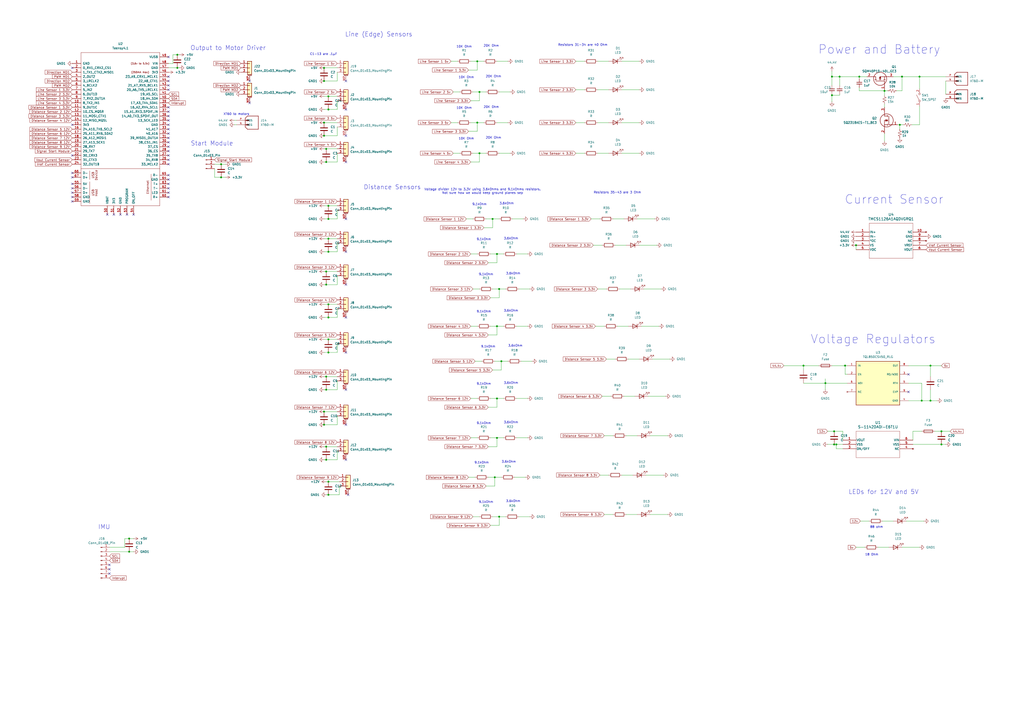
<source format=kicad_sch>
(kicad_sch (version 20231120) (generator "eeschema") (generator_version "8.0")
  (paper "A2")
  (junction (at 288.29 147.32))
  (junction (at 485.14 257.81))
  (junction (at 285.75 127))
  (junction (at 534.67 232.41))
  (junction (at 102.87 31.75))
  (junction (at 190.5 119.38))
  (junction (at 190.5 279.4))
  (junction (at 482.6 44.45))
  (junction (at 187.96 78.74))
  (junction (at 483.87 257.81))
  (junction (at 496.57 142.24))
  (junction (at 533.4 44.45))
  (junction (at 74.93 312.42))
  (junction (at 190.5 184.15))
  (junction (at 190.5 138.43))
  (junction (at 483.87 250.19))
  (junction (at 190.5 146.05))
  (junction (at 546.1 257.81))
  (junction (at 478.79 222.25))
  (junction (at 482.6 55.245))
  (junction (at 288.29 189.23))
  (junction (at 276.86 71.12))
  (junction (at 187.96 39.37))
  (junction (at 190.5 63.5))
  (junction (at 513.08 52.705))
  (junction (at 189.23 259.08))
  (junction (at 276.86 35.56))
  (junction (at 187.96 71.12))
  (junction (at 190.5 176.53))
  (junction (at 190.5 55.88))
  (junction (at 189.23 266.7))
  (junction (at 521.97 72.39))
  (junction (at 523.24 44.45))
  (junction (at 289.56 167.64))
  (junction (at 287.02 276.86))
  (junction (at 187.96 246.38))
  (junction (at 189.23 226.06))
  (junction (at 289.56 299.72))
  (junction (at 187.96 238.76))
  (junction (at 490.22 212.09))
  (junction (at 288.29 254))
  (junction (at 189.23 157.48))
  (junction (at 487.045 44.45))
  (junction (at 189.23 218.44))
  (junction (at 466.09 212.09))
  (junction (at 187.96 46.99))
  (junction (at 128.27 95.25))
  (junction (at 189.23 165.1))
  (junction (at 74.93 320.04))
  (junction (at 190.5 196.85))
  (junction (at 189.23 93.98))
  (junction (at 288.29 231.14))
  (junction (at 539.75 232.41))
  (junction (at 189.23 86.36))
  (junction (at 498.475 44.45))
  (junction (at 278.13 88.9))
  (junction (at 128.27 102.87))
  (junction (at 190.5 127))
  (junction (at 539.75 212.09))
  (junction (at 546.1 250.19))
  (junction (at 102.87 39.37))
  (junction (at 190.5 287.02))
  (junction (at 290.83 209.55))
  (junction (at 190.5 204.47))
  (junction (at 278.13 53.34))
  (no_connect (at 97.79 44.45))
  (no_connect (at 41.91 106.68))
  (no_connect (at 200.66 63.5))
  (no_connect (at 41.91 39.37))
  (no_connect (at 97.79 72.39))
  (no_connect (at 200.66 46.99))
  (no_connect (at 77.47 124.46))
  (no_connect (at 97.79 33.02))
  (no_connect (at 41.91 111.76))
  (no_connect (at 41.91 114.3))
  (no_connect (at 97.79 82.55))
  (no_connect (at 97.79 74.93))
  (no_connect (at 97.79 49.53))
  (no_connect (at 200.66 93.98))
  (no_connect (at 97.79 109.22))
  (no_connect (at 200.66 146.05))
  (no_connect (at 97.79 46.99))
  (no_connect (at 97.79 104.14))
  (no_connect (at 41.91 102.87))
  (no_connect (at 41.91 109.22))
  (no_connect (at 41.91 116.84))
  (no_connect (at 200.66 165.1))
  (no_connect (at 97.79 67.31))
  (no_connect (at 41.91 72.39))
  (no_connect (at 97.79 111.76))
  (no_connect (at 62.23 124.46))
  (no_connect (at 97.79 106.68))
  (no_connect (at 97.79 87.63))
  (no_connect (at 97.79 52.07))
  (no_connect (at 97.79 114.3))
  (no_connect (at 69.85 124.46))
  (no_connect (at 200.66 266.7))
  (no_connect (at 41.91 90.17))
  (no_connect (at 144.78 59.69))
  (no_connect (at 97.79 101.6))
  (no_connect (at 97.79 62.23))
  (no_connect (at 73.66 124.46))
  (no_connect (at 201.93 287.02))
  (no_connect (at 97.79 90.17))
  (no_connect (at 63.5 327.66))
  (no_connect (at 97.79 92.71))
  (no_connect (at 97.79 80.01))
  (no_connect (at 97.79 64.77))
  (no_connect (at 200.66 204.47))
  (no_connect (at 97.79 95.25))
  (no_connect (at 66.04 124.46))
  (no_connect (at 200.66 127))
  (no_connect (at 200.66 78.74))
  (no_connect (at 97.79 77.47))
  (no_connect (at 63.5 332.74))
  (no_connect (at 527.05 227.33))
  (no_connect (at 97.79 85.09))
  (no_connect (at 200.66 184.15))
  (no_connect (at 41.91 100.33))
  (no_connect (at 144.78 46.99))
  (no_connect (at 527.05 217.17))
  (no_connect (at 97.79 69.85))
  (no_connect (at 200.66 246.38))
  (no_connect (at 200.66 226.06))
  (no_connect (at 63.5 330.2))
  (wire (pts (xy 361.95 229.87) (xy 368.3 229.87)))
  (wire (pts (xy 288.29 147.32) (xy 288.29 152.4)))
  (wire (pts (xy 289.56 53.34) (xy 295.91 53.34)))
  (wire (pts (xy 278.13 88.9) (xy 278.13 93.98)))
  (wire (pts (xy 72.39 312.42) (xy 72.39 317.5)))
  (wire (pts (xy 195.58 121.92) (xy 195.58 127)))
  (wire (pts (xy 487.045 44.45) (xy 482.6 44.45)))
  (wire (pts (xy 373.38 167.64) (xy 383.54 167.64)))
  (wire (pts (xy 189.23 266.7) (xy 187.96 266.7)))
  (wire (pts (xy 546.1 257.81) (xy 548.64 257.81)))
  (wire (pts (xy 261.62 71.12) (xy 265.43 71.12)))
  (wire (pts (xy 270.51 127) (xy 274.32 127)))
  (wire (pts (xy 273.05 35.56) (xy 276.86 35.56)))
  (wire (pts (xy 496.57 142.24) (xy 496.57 144.78)))
  (wire (pts (xy 543.56 232.41) (xy 539.75 232.41)))
  (wire (pts (xy 349.25 229.87) (xy 354.33 229.87)))
  (wire (pts (xy 137.16 69.85) (xy 135.89 69.85)))
  (wire (pts (xy 334.01 52.07) (xy 339.09 52.07)))
  (wire (pts (xy 498.475 44.45) (xy 498.475 45.72)))
  (wire (pts (xy 72.39 317.5) (xy 63.5 317.5)))
  (wire (pts (xy 189.23 165.1) (xy 187.96 165.1)))
  (wire (pts (xy 128.27 95.25) (xy 130.81 95.25)))
  (wire (pts (xy 187.96 55.88) (xy 190.5 55.88)))
  (wire (pts (xy 100.33 31.75) (xy 100.33 36.83)))
  (wire (pts (xy 539.75 226.06) (xy 539.75 232.41)))
  (wire (pts (xy 372.11 189.23) (xy 382.27 189.23)))
  (wire (pts (xy 490.22 212.09) (xy 491.49 212.09)))
  (wire (pts (xy 299.72 231.14) (xy 306.07 231.14)))
  (wire (pts (xy 490.22 217.17) (xy 491.49 217.17)))
  (wire (pts (xy 275.59 209.55) (xy 279.4 209.55)))
  (wire (pts (xy 137.16 72.39) (xy 135.89 72.39)))
  (wire (pts (xy 187.96 196.85) (xy 190.5 196.85)))
  (wire (pts (xy 289.56 167.64) (xy 289.56 172.72)))
  (wire (pts (xy 482.6 55.245) (xy 482.6 59.055)))
  (wire (pts (xy 278.13 53.34) (xy 278.13 58.42)))
  (wire (pts (xy 273.05 189.23) (xy 276.86 189.23)))
  (wire (pts (xy 276.86 35.56) (xy 280.67 35.56)))
  (wire (pts (xy 499.11 302.26) (xy 504.19 302.26)))
  (wire (pts (xy 525.78 302.26) (xy 535.94 302.26)))
  (wire (pts (xy 299.72 147.32) (xy 306.07 147.32)))
  (wire (pts (xy 190.5 196.85) (xy 195.58 196.85)))
  (wire (pts (xy 509.27 317.5) (xy 515.62 317.5)))
  (wire (pts (xy 334.01 88.9) (xy 339.09 88.9)))
  (wire (pts (xy 539.75 232.41) (xy 534.67 232.41)))
  (wire (pts (xy 290.83 214.63) (xy 285.75 214.63)))
  (wire (pts (xy 539.75 212.09) (xy 546.1 212.09)))
  (wire (pts (xy 189.23 259.08) (xy 195.58 259.08)))
  (wire (pts (xy 284.48 147.32) (xy 288.29 147.32)))
  (wire (pts (xy 190.5 119.38) (xy 195.58 119.38)))
  (wire (pts (xy 285.75 299.72) (xy 289.56 299.72)))
  (wire (pts (xy 284.48 189.23) (xy 288.29 189.23)))
  (wire (pts (xy 480.06 250.19) (xy 483.87 250.19)))
  (wire (pts (xy 190.5 204.47) (xy 187.96 204.47)))
  (wire (pts (xy 189.23 226.06) (xy 187.96 226.06)))
  (wire (pts (xy 478.79 226.06) (xy 478.79 222.25)))
  (wire (pts (xy 72.39 312.42) (xy 74.93 312.42)))
  (wire (pts (xy 262.89 53.34) (xy 266.7 53.34)))
  (wire (pts (xy 100.33 31.75) (xy 102.87 31.75)))
  (wire (pts (xy 363.22 252.73) (xy 369.57 252.73)))
  (wire (pts (xy 542.29 250.19) (xy 546.1 250.19)))
  (wire (pts (xy 261.62 35.56) (xy 265.43 35.56)))
  (wire (pts (xy 195.58 179.07) (xy 195.58 184.15)))
  (wire (pts (xy 195.58 93.98) (xy 189.23 93.98)))
  (wire (pts (xy 190.5 176.53) (xy 195.58 176.53)))
  (wire (pts (xy 187.96 119.38) (xy 190.5 119.38)))
  (wire (pts (xy 288.29 236.22) (xy 283.21 236.22)))
  (wire (pts (xy 278.13 58.42) (xy 273.05 58.42)))
  (wire (pts (xy 189.23 279.4) (xy 190.5 279.4)))
  (wire (pts (xy 281.94 127) (xy 285.75 127)))
  (wire (pts (xy 124.46 102.87) (xy 128.27 102.87)))
  (wire (pts (xy 290.83 209.55) (xy 294.64 209.55)))
  (wire (pts (xy 274.32 167.64) (xy 278.13 167.64)))
  (wire (pts (xy 488.95 255.27) (xy 488.95 250.19)))
  (wire (pts (xy 300.99 167.64) (xy 307.34 167.64)))
  (wire (pts (xy 283.21 276.86) (xy 287.02 276.86)))
  (wire (pts (xy 278.13 53.34) (xy 281.94 53.34)))
  (wire (pts (xy 358.14 189.23) (xy 364.49 189.23)))
  (wire (pts (xy 189.23 157.48) (xy 195.58 157.48)))
  (wire (pts (xy 498.475 44.45) (xy 487.045 44.45)))
  (wire (pts (xy 187.96 71.12) (xy 195.58 71.12)))
  (wire (pts (xy 190.5 63.5) (xy 187.96 63.5)))
  (wire (pts (xy 346.71 167.64) (xy 351.79 167.64)))
  (wire (pts (xy 288.29 194.31) (xy 283.21 194.31)))
  (wire (pts (xy 100.33 36.83) (xy 97.79 36.83)))
  (wire (pts (xy 478.79 222.25) (xy 491.49 222.25)))
  (wire (pts (xy 274.32 53.34) (xy 278.13 53.34)))
  (wire (pts (xy 482.6 44.45) (xy 482.6 41.275)))
  (wire (pts (xy 195.58 140.97) (xy 195.58 146.05)))
  (wire (pts (xy 483.87 257.81) (xy 485.14 257.81)))
  (wire (pts (xy 363.22 298.45) (xy 369.57 298.45)))
  (wire (pts (xy 74.93 312.42) (xy 77.47 312.42)))
  (wire (pts (xy 482.6 54.61) (xy 482.6 55.245)))
  (wire (pts (xy 195.58 73.66) (xy 195.58 78.74)))
  (wire (pts (xy 288.29 189.23) (xy 292.1 189.23)))
  (wire (pts (xy 289.56 167.64) (xy 293.37 167.64)))
  (wire (pts (xy 518.16 44.45) (xy 523.24 44.45)))
  (wire (pts (xy 346.71 71.12) (xy 353.06 71.12)))
  (wire (pts (xy 285.75 127) (xy 285.75 132.08)))
  (wire (pts (xy 288.29 254) (xy 288.29 259.08)))
  (wire (pts (xy 190.5 146.05) (xy 187.96 146.05)))
  (wire (pts (xy 187.96 39.37) (xy 195.58 39.37)))
  (wire (pts (xy 521.97 72.39) (xy 523.875 72.39)))
  (wire (pts (xy 466.09 212.09) (xy 466.09 214.63)))
  (wire (pts (xy 102.87 31.75) (xy 104.14 31.75)))
  (wire (pts (xy 498.475 52.705) (xy 513.08 52.705)))
  (wire (pts (xy 347.98 275.59) (xy 353.06 275.59)))
  (wire (pts (xy 196.85 281.94) (xy 196.85 287.02)))
  (wire (pts (xy 190.5 138.43) (xy 195.58 138.43)))
  (wire (pts (xy 533.4 72.39) (xy 533.4 61.595)))
  (wire (pts (xy 374.65 275.59) (xy 384.81 275.59)))
  (wire (pts (xy 528.955 72.39) (xy 533.4 72.39)))
  (wire (pts (xy 478.79 222.25) (xy 478.79 219.71)))
  (wire (pts (xy 346.71 52.07) (xy 353.06 52.07)))
  (wire (pts (xy 299.72 254) (xy 306.07 254)))
  (wire (pts (xy 289.56 304.8) (xy 284.48 304.8)))
  (wire (pts (xy 195.58 246.38) (xy 187.96 246.38)))
  (wire (pts (xy 187.96 176.53) (xy 190.5 176.53)))
  (wire (pts (xy 533.4 51.435) (xy 533.4 44.45)))
  (wire (pts (xy 288.29 254) (xy 292.1 254)))
  (wire (pts (xy 273.05 254) (xy 276.86 254)))
  (wire (pts (xy 350.52 252.73) (xy 355.6 252.73)))
  (wire (pts (xy 124.46 97.79) (xy 124.46 102.87)))
  (wire (pts (xy 345.44 189.23) (xy 350.52 189.23)))
  (wire (pts (xy 196.85 287.02) (xy 190.5 287.02)))
  (wire (pts (xy 287.02 276.86) (xy 287.02 281.94)))
  (wire (pts (xy 359.41 167.64) (xy 365.76 167.64)))
  (wire (pts (xy 355.6 127) (xy 361.95 127)))
  (wire (pts (xy 351.79 208.28) (xy 356.87 208.28)))
  (wire (pts (xy 299.72 189.23) (xy 306.07 189.23)))
  (wire (pts (xy 63.5 320.04) (xy 74.93 320.04)))
  (wire (pts (xy 274.32 88.9) (xy 278.13 88.9)))
  (wire (pts (xy 287.02 276.86) (xy 290.83 276.86)))
  (wire (pts (xy 360.68 275.59) (xy 367.03 275.59)))
  (wire (pts (xy 527.05 222.25) (xy 534.67 222.25)))
  (wire (pts (xy 534.67 232.41) (xy 527.05 232.41)))
  (wire (pts (xy 487.045 55.245) (xy 482.6 55.245)))
  (wire (pts (xy 539.75 212.09) (xy 539.75 218.44)))
  (wire (pts (xy 490.22 212.09) (xy 490.22 217.17)))
  (wire (pts (xy 195.58 63.5) (xy 190.5 63.5)))
  (wire (pts (xy 195.58 204.47) (xy 190.5 204.47)))
  (wire (pts (xy 195.58 266.7) (xy 189.23 266.7)))
  (wire (pts (xy 523.24 44.45) (xy 533.4 44.45)))
  (wire (pts (xy 195.58 220.98) (xy 195.58 226.06)))
  (wire (pts (xy 378.46 208.28) (xy 388.62 208.28)))
  (wire (pts (xy 370.84 142.24) (xy 381 142.24)))
  (wire (pts (xy 533.4 44.45) (xy 548.64 44.45)))
  (wire (pts (xy 262.89 88.9) (xy 266.7 88.9)))
  (wire (pts (xy 284.48 231.14) (xy 288.29 231.14)))
  (wire (pts (xy 289.56 299.72) (xy 289.56 304.8)))
  (wire (pts (xy 360.68 88.9) (xy 370.84 88.9)))
  (wire (pts (xy 288.29 147.32) (xy 292.1 147.32)))
  (wire (pts (xy 369.57 127) (xy 379.73 127)))
  (wire (pts (xy 288.29 189.23) (xy 288.29 194.31)))
  (wire (pts (xy 488.95 260.35) (xy 485.14 260.35)))
  (wire (pts (xy 195.58 46.99) (xy 187.96 46.99)))
  (wire (pts (xy 190.5 184.15) (xy 187.96 184.15)))
  (wire (pts (xy 377.19 298.45) (xy 387.35 298.45)))
  (wire (pts (xy 187.96 86.36) (xy 189.23 86.36)))
  (wire (pts (xy 189.23 93.98) (xy 187.96 93.98)))
  (wire (pts (xy 513.08 52.705) (xy 513.08 55.245)))
  (wire (pts (xy 274.32 299.72) (xy 278.13 299.72)))
  (wire (pts (xy 520.065 52.705) (xy 523.24 52.705)))
  (wire (pts (xy 289.56 88.9) (xy 295.91 88.9)))
  (wire (pts (xy 346.71 35.56) (xy 353.06 35.56)))
  (wire (pts (xy 278.13 93.98) (xy 273.05 93.98)))
  (wire (pts (xy 195.58 41.91) (xy 195.58 46.99)))
  (wire (pts (xy 288.29 259.08) (xy 283.21 259.08)))
  (wire (pts (xy 360.68 52.07) (xy 370.84 52.07)))
  (wire (pts (xy 288.29 152.4) (xy 283.21 152.4)))
  (wire (pts (xy 539.75 212.09) (xy 527.05 212.09)))
  (wire (pts (xy 302.26 209.55) (xy 308.61 209.55)))
  (wire (pts (xy 529.59 250.19) (xy 529.59 255.27)))
  (wire (pts (xy 273.05 231.14) (xy 276.86 231.14)))
  (wire (pts (xy 278.13 88.9) (xy 281.94 88.9)))
  (wire (pts (xy 74.93 320.04) (xy 77.47 320.04)))
  (wire (pts (xy 187.96 157.48) (xy 189.23 157.48)))
  (wire (pts (xy 190.5 127) (xy 187.96 127)))
  (wire (pts (xy 482.6 212.09) (xy 490.22 212.09)))
  (wire (pts (xy 97.79 39.37) (xy 102.87 39.37)))
  (wire (pts (xy 377.19 252.73) (xy 387.35 252.73)))
  (wire (pts (xy 496.57 317.5) (xy 501.65 317.5)))
  (wire (pts (xy 342.9 127) (xy 347.98 127)))
  (wire (pts (xy 485.14 257.81) (xy 488.95 257.81)))
  (wire (pts (xy 360.68 71.12) (xy 370.84 71.12)))
  (wire (pts (xy 287.02 281.94) (xy 281.94 281.94)))
  (wire (pts (xy 128.27 102.87) (xy 130.81 102.87)))
  (wire (pts (xy 487.045 44.45) (xy 487.045 49.53)))
  (wire (pts (xy 487.045 54.61) (xy 487.045 55.245)))
  (wire (pts (xy 546.1 250.19) (xy 551.18 250.19)))
  (wire (pts (xy 187.96 138.43) (xy 190.5 138.43)))
  (wire (pts (xy 344.17 142.24) (xy 349.25 142.24)))
  (wire (pts (xy 285.75 167.64) (xy 289.56 167.64)))
  (wire (pts (xy 523.24 52.705) (xy 523.24 44.45)))
  (wire (pts (xy 288.29 71.12) (xy 294.64 71.12)))
  (wire (pts (xy 187.96 238.76) (xy 195.58 238.76)))
  (wire (pts (xy 297.18 127) (xy 303.53 127)))
  (wire (pts (xy 190.5 55.88) (xy 195.58 55.88)))
  (wire (pts (xy 285.75 132.08) (xy 280.67 132.08)))
  (wire (pts (xy 190.5 287.02) (xy 189.23 287.02)))
  (wire (pts (xy 195.58 199.39) (xy 195.58 204.47)))
  (wire (pts (xy 482.6 49.53) (xy 482.6 44.45)))
  (wire (pts (xy 498.475 50.8) (xy 498.475 52.705)))
  (wire (pts (xy 289.56 299.72) (xy 293.37 299.72)))
  (wire (pts (xy 350.52 298.45) (xy 355.6 298.45)))
  (wire (pts (xy 187.96 218.44) (xy 189.23 218.44)))
  (wire (pts (xy 195.58 146.05) (xy 190.5 146.05)))
  (wire (pts (xy 288.29 231.14) (xy 292.1 231.14)))
  (wire (pts (xy 195.58 184.15) (xy 190.5 184.15)))
  (wire (pts (xy 195.58 88.9) (xy 195.58 93.98)))
  (wire (pts (xy 521.97 72.39) (xy 521.97 74.93)))
  (wire (pts (xy 271.78 276.86) (xy 275.59 276.86)))
  (wire (pts (xy 360.68 35.56) (xy 370.84 35.56)))
  (wire (pts (xy 300.99 299.72) (xy 307.34 299.72)))
  (wire (pts (xy 502.92 44.45) (xy 498.475 44.45)))
  (wire (pts (xy 513.08 60.325) (xy 513.08 62.23)))
  (wire (pts (xy 189.23 86.36) (xy 195.58 86.36)))
  (wire (pts (xy 346.71 88.9) (xy 353.06 88.9)))
  (wire (pts (xy 102.87 39.37) (xy 104.14 39.37)))
  (wire (pts (xy 195.58 78.74) (xy 187.96 78.74)))
  (wire (pts (xy 195.58 165.1) (xy 189.23 165.1)))
  (wire (pts (xy 289.56 172.72) (xy 284.48 172.72)))
  (wire (pts (xy 276.86 35.56) (xy 276.86 40.64)))
  (wire (pts (xy 485.14 257.81) (xy 485.14 260.35)))
  (wire (pts (xy 534.67 222.25) (xy 534.67 232.41)))
  (wire (pts (xy 195.58 160.02) (xy 195.58 165.1)))
  (wire (pts (xy 288.29 35.56) (xy 294.64 35.56)))
  (wire (pts (xy 298.45 276.86) (xy 304.8 276.86)))
  (wire (pts (xy 195.58 226.06) (xy 189.23 226.06)))
  (wire (pts (xy 480.06 257.81) (xy 483.87 257.81)))
  (wire (pts (xy 195.58 261.62) (xy 195.58 266.7)))
  (wire (pts (xy 276.86 71.12) (xy 276.86 76.2)))
  (wire (pts (xy 548.64 46.99) (xy 548.64 54.61)))
  (wire (pts (xy 529.59 257.81) (xy 546.1 257.81)))
  (wire (pts (xy 513.08 52.705) (xy 514.985 52.705)))
  (wire (pts (xy 187.96 259.08) (xy 189.23 259.08)))
  (wire (pts (xy 513.08 52.07) (xy 513.08 52.705)))
  (wire (pts (xy 124.46 95.25) (xy 128.27 95.25)))
  (wire (pts (xy 466.09 222.25) (xy 478.79 222.25)))
  (wire (pts (xy 195.58 127) (xy 190.5 127)))
  (wire (pts (xy 195.58 241.3) (xy 195.58 246.38)))
  (wire (pts (xy 511.81 302.26) (xy 518.16 302.26)))
  (wire (pts (xy 466.09 212.09) (xy 474.98 212.09)))
  (wire (pts (xy 195.58 58.42) (xy 195.58 63.5)))
  (wire (pts (xy 276.86 71.12) (xy 280.67 71.12)))
  (wire (pts (xy 334.01 35.56) (xy 339.09 35.56)))
  (wire (pts (xy 190.5 279.4) (xy 196.85 279.4)))
  (wire (pts (xy 276.86 40.64) (xy 271.78 40.64)))
  (wire (pts (xy 520.7 72.39) (xy 521.97 72.39)))
  (wire (pts (xy 375.92 229.87) (xy 386.08 229.87)))
  (wire (pts (xy 356.87 142.24) (xy 363.22 142.24)))
  (wire (pts (xy 287.02 209.55) (xy 290.83 209.55)))
  (wire (pts (xy 276.86 76.2) (xy 271.78 76.2)))
  (wire (pts (xy 529.59 250.19) (xy 534.67 250.19)))
  (wire (pts (xy 273.05 147.32) (xy 276.86 147.32)))
  (wire (pts (xy 273.05 71.12) (xy 276.86 71.12)))
  (wire (pts (xy 284.48 254) (xy 288.29 254)))
  (wire (pts (xy 285.75 127) (xy 289.56 127)))
  (wire (pts (xy 290.83 209.55) (xy 290.83 214.63)))
  (wire (pts (xy 334.01 71.12) (xy 339.09 71.12)))
  (wire (pts (xy 189.23 218.44) (xy 195.58 218.44)))
  (wire (pts (xy 513.08 77.47) (xy 513.08 81.915)))
  (wire (pts (xy 488.95 250.19) (xy 483.87 250.19)))
  (wire (pts (xy 288.29 231.14) (xy 288.29 236.22)))
  (wire (pts (xy 523.24 317.5) (xy 533.4 317.5)))
  (wire (pts (xy 364.49 208.28) (xy 370.84 208.28)))
  (wire (pts (xy 454.66 212.09) (xy 466.09 212.09)))
  (text "Resistors 31-34 are 40 Ohm" (at 338.074 26.162 0) (effects (font (size 1.27 1.27))))
  (text "Output to Motor Driver" (at 132.334 27.94 0) (effects (font (size 2.54 2.54))))
  (text "3.6kOhm" (at 296.418 138.43 0) (effects (font (size 1.27 1.27))))
  (text "9.1kOhm" (at 280.67 245.618 0) (effects (font (size 1.27 1.27))))
  (text "20K Ohm" (at 284.988 26.67 0) (effects (font (size 1.27 1.27))))
  (text "Power and Battery\n" (at 510.032 28.829 0) (effects (font (size 5.08 5.08))))
  (text "Resistors 35-43 are 3 Ohm" (at 358.14 111.76 0) (effects (font (size 1.27 1.27))))
  (text "9.1kOhm" (at 283.21 201.168 0) (effects (font (size 1.27 1.27))))
  (text "Current Sensor" (at 518.668 115.824 0) (effects (font (size 5.08 5.08))))
  (text "3.6kOhm" (at 293.878 118.11 0) (effects (font (size 1.27 1.27))))
  (text "9.1kOhm" (at 280.67 180.848 0) (effects (font (size 1.27 1.27))))
  (text "18 Ohm" (at 505.714 321.818 0) (effects (font (size 1.27 1.27))))
  (text "9.1kOhm" (at 281.94 291.338 0) (effects (font (size 1.27 1.27))))
  (text "3.6kOhm" (at 297.688 290.83 0) (effects (font (size 1.27 1.27))))
  (text "3.6kOhm" (at 297.688 158.75 0) (effects (font (size 1.27 1.27))))
  (text "9.1kOhm" (at 278.13 118.618 0) (effects (font (size 1.27 1.27))))
  (text "Start Module" (at 122.936 83.312 0) (effects (font (size 2.54 2.54))))
  (text "3.6kOhm" (at 296.418 180.34 0) (effects (font (size 1.27 1.27))))
  (text "Voltage Regulators" (at 506.476 196.85 0) (effects (font (size 5.08 5.08))))
  (text "9.1kOhm" (at 280.67 222.758 0) (effects (font (size 1.27 1.27))))
  (text "IMU" (at 60.452 305.816 0) (effects (font (size 2.54 2.54))))
  (text "9.1kOhm" (at 280.67 138.938 0) (effects (font (size 1.27 1.27))))
  (text "10K Ohm" (at 269.24 27.178 0) (effects (font (size 1.27 1.27))))
  (text "10K Ohm" (at 270.51 80.518 0) (effects (font (size 1.27 1.27))))
  (text "Distance Sensors" (at 227.584 108.712 0) (effects (font (size 2.54 2.54))))
  (text "XT60 to motors" (at 137.16 66.294 0) (effects (font (size 1.27 1.27))))
  (text "C1-13 are .1µF" (at 187.706 31.496 0) (effects (font (size 1.27 1.27))))
  (text "LEDs for 12V and 5V" (at 512.572 285.496 0) (effects (font (size 2.54 2.54))))
  (text "10K Ohm" (at 269.24 62.738 0) (effects (font (size 1.27 1.27))))
  (text "88 ohm" (at 508.508 305.816 0) (effects (font (size 1.27 1.27))))
  (text "3.6kOhm" (at 295.148 267.97 0) (effects (font (size 1.27 1.27))))
  (text "20K Ohm" (at 286.258 44.45 0) (effects (font (size 1.27 1.27))))
  (text "20K Ohm" (at 286.258 80.01 0) (effects (font (size 1.27 1.27))))
  (text "Voltage divider 12V to 3.3V using 3.6kOhms and 9.1kOhms resistors.\nNot sure how we would keep ground planes sep" (at 279.908 110.998 0) (effects (font (size 1.27 1.27))))
  (text "20K Ohm" (at 284.988 62.23 0) (effects (font (size 1.27 1.27))))
  (text "3.6kOhm" (at 298.958 200.66 0) (effects (font (size 1.27 1.27))))
  (text "10K Ohm" (at 270.51 44.958 0) (effects (font (size 1.27 1.27))))
  (text "9.1kOhm" (at 279.4 268.478 0) (effects (font (size 1.27 1.27))))
  (text "Line (Edge) Sensors" (at 219.71 20.066 0) (effects (font (size 2.54 2.54))))
  (text "9.1kOhm" (at 281.94 159.258 0) (effects (font (size 1.27 1.27))))
  (text "3.6kOhm" (at 296.418 245.11 0) (effects (font (size 1.27 1.27))))
  (text "3.6kOhm" (at 296.418 222.25 0) (effects (font (size 1.27 1.27))))
  (global_label "Distance Sensor 9 3.3V" (shape input) (at 284.48 304.8 180) (property "Intersheetrefs" "${INTERSHEET_REFS}" (effects (hide yes))))
  (global_label "Line Sensor 2 3.3V" (shape input) (at 41.91 54.61 180) (property "Intersheetrefs" "${INTERSHEET_REFS}" (effects (hide yes))))
  (global_label "44.4v" (shape input) (at 454.66 212.09 180) (property "Intersheetrefs" "${INTERSHEET_REFS}" (effects (hide yes))))
  (global_label "Distance Sensor 2 3.3V" (shape input) (at 344.17 142.24 180) (property "Intersheetrefs" "${INTERSHEET_REFS}" (effects (hide yes))))
  (global_label "Distance Sensor 4 3.3V" (shape input) (at 283.21 194.31 180) (property "Intersheetrefs" "${INTERSHEET_REFS}" (effects (hide yes))))
  (global_label "Distance Sensor 7 12V" (shape input) (at 41.91 80.01 180) (property "Intersheetrefs" "${INTERSHEET_REFS}" (effects (hide yes))))
  (global_label "Direction MD2" (shape input) (at 41.91 46.99 180) (property "Intersheetrefs" "${INTERSHEET_REFS}" (effects (hide yes))))
  (global_label "Distance Sensor 3 3.3V" (shape input) (at 284.48 172.72 180) (property "Intersheetrefs" "${INTERSHEET_REFS}" (effects (hide yes))))
  (global_label "Distance Sensor 4 12V" (shape input) (at 273.05 189.23 180) (property "Intersheetrefs" "${INTERSHEET_REFS}" (effects (hide yes))))
  (global_label "Line Sensor 4 5v" (shape input) (at 195.58 83.82 180) (property "Intersheetrefs" "${INTERSHEET_REFS}" (effects (hide yes))))
  (global_label "12v" (shape input) (at 499.11 302.26 180) (property "Intersheetrefs" "${INTERSHEET_REFS}" (effects (hide yes))))
  (global_label "Direction MD2" (shape input) (at 139.7 49.53 180) (property "Intersheetrefs" "${INTERSHEET_REFS}" (effects (hide yes))))
  (global_label "Line Sensor 4 3.3V" (shape input) (at 334.01 88.9 180) (property "Intersheetrefs" "${INTERSHEET_REFS}" (effects (hide yes))))
  (global_label "Distance Sensor 1 3.3V" (shape input) (at 342.9 127 180) (property "Intersheetrefs" "${INTERSHEET_REFS}" (effects (hide yes))))
  (global_label "Distance Sensor 2 3.3V" (shape input) (at 283.21 152.4 180) (property "Intersheetrefs" "${INTERSHEET_REFS}" (effects (hide yes))))
  (global_label "Distance Sensor 2 12V" (shape input) (at 273.05 147.32 180) (property "Intersheetrefs" "${INTERSHEET_REFS}" (effects (hide yes))))
  (global_label "Line Sensor 3 3.3V" (shape input) (at 271.78 76.2 180) (property "Intersheetrefs" "${INTERSHEET_REFS}" (effects (hide yes))))
  (global_label "SDA" (shape input) (at 97.79 57.15 0) (property "Intersheetrefs" "${INTERSHEET_REFS}" (effects (hide yes))))
  (global_label "SCL" (shape input) (at 63.5 322.58 0) (property "Intersheetrefs" "${INTERSHEET_REFS}" (effects (hide yes))))
  (global_label "PWM MD2" (shape input) (at 41.91 49.53 180) (property "Intersheetrefs" "${INTERSHEET_REFS}" (effects (hide yes))))
  (global_label "Distance Sensor 1 3.3V" (shape input) (at 280.67 132.08 180) (property "Intersheetrefs" "${INTERSHEET_REFS}" (effects (hide yes))))
  (global_label "Line Sensor 1 3.3V" (shape input) (at 41.91 52.07 180) (property "Intersheetrefs" "${INTERSHEET_REFS}" (effects (hide yes))))
  (global_label "Line Sensor 3 3.3V" (shape input) (at 41.91 57.15 180) (property "Intersheetrefs" "${INTERSHEET_REFS}" (effects (hide yes))))
  (global_label "PWM MD2" (shape input) (at 139.7 52.07 180) (property "Intersheetrefs" "${INTERSHEET_REFS}" (effects (hide yes))))
  (global_label "Interupt" (shape input) (at 97.79 59.69 0) (property "Intersheetrefs" "${INTERSHEET_REFS}" (effects (hide yes))))
  (global_label "Distance Sensor 9 3.3V" (shape input) (at 350.52 298.45 180) (property "Intersheetrefs" "${INTERSHEET_REFS}" (effects (hide yes))))
  (global_label "Distance Sensor 5 12V" (shape input) (at 41.91 74.93 180) (property "Intersheetrefs" "${INTERSHEET_REFS}" (effects (hide yes))))
  (global_label "Line Sensor 1 5v" (shape input) (at 195.58 36.83 180) (property "Intersheetrefs" "${INTERSHEET_REFS}" (effects (hide yes))))
  (global_label "5v" (shape input) (at 496.57 317.5 180) (property "Intersheetrefs" "${INTERSHEET_REFS}" (effects (hide yes))))
  (global_label "Distance Sensor 9 12V" (shape input) (at 196.85 276.86 180) (property "Intersheetrefs" "${INTERSHEET_REFS}" (effects (hide yes))))
  (global_label "Distance Sensor 9 12V" (shape input) (at 41.91 85.09 180) (property "Intersheetrefs" "${INTERSHEET_REFS}" (effects (hide yes))))
  (global_label "Vref Current Sensor" (shape input) (at 537.21 142.24 0) (property "Intersheetrefs" "${INTERSHEET_REFS}" (effects (hide yes))))
  (global_label "Distance Sensor 8 3.3V" (shape input) (at 347.98 275.59 180) (property "Intersheetrefs" "${INTERSHEET_REFS}" (effects (hide yes))))
  (global_label "Distance Sensor 8 3.3V" (shape input) (at 281.94 281.94 180) (property "Intersheetrefs" "${INTERSHEET_REFS}" (effects (hide yes))))
  (global_label "Line Sensor 3 3.3V" (shape input) (at 334.01 71.12 180) (property "Intersheetrefs" "${INTERSHEET_REFS}" (effects (hide yes))))
  (global_label "Line Sensor 4 3.3V" (shape input) (at 41.91 59.69 180) (property "Intersheetrefs" "${INTERSHEET_REFS}" (effects (hide yes))))
  (global_label "Distance Sensor 7 3.3V" (shape input) (at 350.52 252.73 180) (property "Intersheetrefs" "${INTERSHEET_REFS}" (effects (hide yes))))
  (global_label "Distance Sensor 6 12V" (shape input) (at 273.05 231.14 180) (property "Intersheetrefs" "${INTERSHEET_REFS}" (effects (hide yes))))
  (global_label "Distance Sensor 7 12V" (shape input) (at 195.58 236.22 180) (property "Intersheetrefs" "${INTERSHEET_REFS}" (effects (hide yes))))
  (global_label "Line Sensor 4 5v" (shape input) (at 262.89 88.9 180) (property "Intersheetrefs" "${INTERSHEET_REFS}" (effects (hide yes))))
  (global_label "Line Sensor 2 3.3V" (shape input) (at 334.01 52.07 180) (property "Intersheetrefs" "${INTERSHEET_REFS}" (effects (hide yes))))
  (global_label "Distance Sensor 3 3.3V" (shape input) (at 346.71 167.64 180) (property "Intersheetrefs" "${INTERSHEET_REFS}" (effects (hide yes))))
  (global_label "Distance Sensor 6 12V" (shape input) (at 41.91 77.47 180) (property "Intersheetrefs" "${INTERSHEET_REFS}" (effects (hide yes))))
  (global_label "Distance Sensor 2 12V" (shape input) (at 41.91 64.77 180) (property "Intersheetrefs" "${INTERSHEET_REFS}" (effects (hide yes))))
  (global_label "PWM MD1" (shape input) (at 139.7 39.37 180) (property "Intersheetrefs" "${INTERSHEET_REFS}" (effects (hide yes))))
  (global_label "Distance Sensor 1 12V" (shape input) (at 270.51 127 180) (property "Intersheetrefs" "${INTERSHEET_REFS}" (effects (hide yes))))
  (global_label "Line Sensor 2 5v" (shape input) (at 195.58 53.34 180) (property "Intersheetrefs" "${INTERSHEET_REFS}" (effects (hide yes))))
  (global_label "Distance Sensor 8 12V" (shape input) (at 271.78 276.86 180) (property "Intersheetrefs" "${INTERSHEET_REFS}" (effects (hide yes))))
  (global_label "Distance Sensor 3 12V" (shape input) (at 274.32 167.64 180) (property "Intersheetrefs" "${INTERSHEET_REFS}" (effects (hide yes))))
  (global_label "Line Sensor 4 3.3V" (shape input) (at 273.05 93.98 180) (property "Intersheetrefs" "${INTERSHEET_REFS}" (effects (hide yes))))
  (global_label "Distance Sensor 8 12V" (shape input) (at 41.91 82.55 180) (property "Intersheetrefs" "${INTERSHEET_REFS}" (effects (hide yes))))
  (global_label "Distance Sensor 4 3.3V" (shape input) (at 345.44 189.23 180) (property "Intersheetrefs" "${INTERSHEET_REFS}" (effects (hide yes))))
  (global_label "44.4v" (shape input) (at 551.18 250.19 0) (property "Intersheetrefs" "${INTERSHEET_REFS}" (effects (hide yes))))
  (global_label "Line Sensor 1 5v" (shape input) (at 261.62 35.56 180) (property "Intersheetrefs" "${INTERSHEET_REFS}" (effects (hide yes))))
  (global_label "Line Sensor 1 3.3V" (shape input) (at 271.78 40.64 180) (property "Intersheetrefs" "${INTERSHEET_REFS}" (effects (hide yes))))
  (global_label "Distance Sensor 9 12V" (shape input) (at 274.32 299.72 180) (property "Intersheetrefs" "${INTERSHEET_REFS}" (effects (hide yes))))
  (global_label "Interupt" (shape input) (at 63.5 335.28 0) (property "Intersheetrefs" "${INTERSHEET_REFS}" (effects (hide yes))))
  (global_label "Distance Sensor 3 12V" (shape input) (at 195.58 154.94 180) (property "Intersheetrefs" "${INTERSHEET_REFS}" (effects (hide yes))))
  (global_label "Vout Current Sensor" (shape input) (at 41.91 92.71 180) (property "Intersheetrefs" "${INTERSHEET_REFS}" (effects (hide yes))))
  (global_label "Distance Sensor 7 12V" (shape input) (at 273.05 254 180) (property "Intersheetrefs" "${INTERSHEET_REFS}" (effects (hide yes))))
  (global_label "Distance Sensor 5 3.3V" (shape input) (at 351.79 208.28 180) (property "Intersheetrefs" "${INTERSHEET_REFS}" (effects (hide yes))))
  (global_label "Distance Sensor 5 12V" (shape input) (at 275.59 209.55 180) (property "Intersheetrefs" "${INTERSHEET_REFS}" (effects (hide yes))))
  (global_label "SDA" (shape input) (at 63.5 325.12 0) (property "Intersheetrefs" "${INTERSHEET_REFS}" (effects (hide yes))))
  (global_label "Signal Start Module" (shape input) (at 41.91 87.63 180) (property "Intersheetrefs" "${INTERSHEET_REFS}" (effects (hide yes))))
  (global_label "Line Sensor 3 5v" (shape input) (at 195.58 68.58 180) (property "Intersheetrefs" "${INTERSHEET_REFS}" (effects (hide yes))))
  (global_label "SCL" (shape input) (at 97.79 54.61 0) (property "Intersheetrefs" "${INTERSHEET_REFS}" (effects (hide yes))))
  (global_label "Distance Sensor 5 12V" (shape input) (at 195.58 194.31 180) (property "Intersheetrefs" "${INTERSHEET_REFS}" (effects (hide yes))))
  (global_label "Vout Current Sensor" (shape input) (at 537.21 144.78 0) (property "Intersheetrefs" "${INTERSHEET_REFS}" (effects (hide yes))))
  (global_label "12v" (shape input) (at 480.06 250.19 180) (property "Intersheetrefs" "${INTERSHEET_REFS}" (effects (hide yes))))
  (global_label "Line Sensor 2 3.3V" (shape input) (at 273.05 58.42 180) (property "Intersheetrefs" "${INTERSHEET_REFS}" (effects (hide yes))))
  (global_label "Distance Sensor 1 12V" (shape input) (at 195.58 116.84 180) (property "Intersheetrefs" "${INTERSHEET_REFS}" (effects (hide yes))))
  (global_label "Distance Sensor 7 3.3V" (shape input) (at 283.21 259.08 180) (property "Intersheetrefs" "${INTERSHEET_REFS}" (effects (hide yes))))
  (global_label "Distance Sensor 5 3.3V" (shape input) (at 285.75 214.63 180) (property "Intersheetrefs" "${INTERSHEET_REFS}" (effects (hide yes))))
  (global_label "5v" (shape input) (at 546.1 212.09 0) (property "Intersheetrefs" "${INTERSHEET_REFS}" (effects (hide yes))))
  (global_label "Line Sensor 1 3.3V" (shape input) (at 334.01 35.56 180) (property "Intersheetrefs" "${INTERSHEET_REFS}" (effects (hide yes))))
  (global_label "Vref Current Sensor" (shape input) (at 41.91 95.25 180) (property "Intersheetrefs" "${INTERSHEET_REFS}" (effects (hide yes))))
  (global_label "Distance Sensor 4 12V" (shape input) (at 195.58 173.99 180) (property "Intersheetrefs" "${INTERSHEET_REFS}" (effects (hide yes))))
  (global_label "Distance Sensor 6 3.3V" (shape input) (at 283.21 236.22 180) (property "Intersheetrefs" "${INTERSHEET_REFS}" (effects (hide yes))))
  (global_label "Direction MD1" (shape input) (at 41.91 41.91 180) (property "Intersheetrefs" "${INTERSHEET_REFS}" (effects (hide yes))))
  (global_label "Distance Sensor 1 3.3V" (shape input) (at 41.91 62.23 180) (property "Intersheetrefs" "${INTERSHEET_REFS}" (effects (hide yes))))
  (global_label "Distance Sensor 4 12V" (shape input) (at 41.91 69.85 180) (property "Intersheetrefs" "${INTERSHEET_REFS}" (effects (hide yes))))
  (global_label "Direction MD1" (shape input) (at 139.7 36.83 180) (property "Intersheetrefs" "${INTERSHEET_REFS}" (effects (hide yes))))
  (global_label "Distance Sensor 3 3.3V" (shape input) (at 41.91 67.31 180) (property "Intersheetrefs" "${INTERSHEET_REFS}" (effects (hide yes))))
  (global_label "Distance Sensor 6 12V" (shape input) (at 195.58 215.9 180) (property "Intersheetrefs" "${INTERSHEET_REFS}" (effects (hide yes))))
  (global_label "Distance Sensor 8 12V" (shape input) (at 195.58 256.54 180) (property "Intersheetrefs" "${INTERSHEET_REFS}" (effects (hide yes))))
  (global_label "Distance Sensor 2 12V" (shape input) (at 195.58 135.89 180) (property "Intersheetrefs" "${INTERSHEET_REFS}" (effects (hide yes))))
  (global_label "Signal Start Module" (shape input) (at 124.46 92.71 0) (property "Intersheetrefs" "${INTERSHEET_REFS}" (effects (hide yes))))
  (global_label "Line Sensor 2 5v" (shape input) (at 262.89 53.34 180) (property "Intersheetrefs" "${INTERSHEET_REFS}" (effects (hide yes))))
  (global_label "Distance Sensor 6 3.3V" (shape input) (at 349.25 229.87 180) (property "Intersheetrefs" "${INTERSHEET_REFS}" (effects (hide yes))))
  (global_label "Line Sensor 3 5v" (shape input) (at 261.62 71.12 180) (property "Intersheetrefs" "${INTERSHEET_REFS}" (effects (hide yes))))
  (global_label "PWM MD1" (shape input) (at 41.91 44.45 180) (property "Intersheetrefs" "${INTERSHEET_REFS}" (effects (hide yes))))
  (symbol (lib_id "Device:LED") (at 521.97 302.26 180) (unit 1)
    (property "Reference" "D14" (at 523.5575 294.64 0))
    (property "Value" "LED" (at 523.5575 297.18 0))
    (property "Footprint" "LED_SMD:LED_0603_1608Metric_Pad1.05x0.95mm_HandSolder" (effects (hide yes)))
    (property "Description" "Light emitting diode" (effects (hide yes)))
  )
  (symbol (lib_id "power:+12V") (at 187.96 238.76 90) (unit 1)
    (property "Reference" "#PWR027" (effects (hide yes)))
    (property "Value" "+12V" (at 184.15 238.7599 90) (effects (justify left)))
    (property "Description" "Power symbol creates a global label with name \"+12V\"" (effects (hide yes)))
  )
  (symbol (lib_id "power:GND1") (at 379.73 127 90) (unit 1)
    (property "Reference" "#PWR063" (effects (hide yes)))
    (property "Value" "GND1" (at 383.54 126.9999 90) (effects (justify right)))
    (property "Description" "Power symbol creates a global label with name \"GND1\" , ground" (effects (hide yes)))
  )
  (symbol (lib_id "Device:R") (at 351.79 127 90) (unit 1)
    (property "Reference" "R35" (at 351.79 120.65 90))
    (property "Value" "R" (at 351.79 123.19 90))
    (property "Footprint" "Resistor_SMD:R_0603_1608Metric_Pad0.98x0.95mm_HandSolder" (effects (hide yes)))
    (property "Description" "Resistor" (effects (hide yes)))
  )
  (symbol (lib_id "power:GND1") (at 295.91 88.9 90) (unit 1)
    (property "Reference" "#PWR014" (effects (hide yes)))
    (property "Value" "GND1" (at 299.72 88.8999 90) (effects (justify right)))
    (property "Description" "Power symbol creates a global label with name \"GND1\" , ground" (effects (hide yes)))
  )
  (symbol (lib_id "power:GND1") (at 386.08 229.87 90) (unit 1)
    (property "Reference" "#PWR068" (effects (hide yes)))
    (property "Value" "GND1" (at 389.89 229.8699 90) (effects (justify right)))
    (property "Description" "Power symbol creates a global label with name \"GND1\" , ground" (effects (hide yes)))
  )
  (symbol (lib_id "Device:C") (at 466.09 218.44 0) (unit 1)
    (property "Reference" "C18" (at 469.9 217.1699 0) (effects (justify left)))
    (property "Value" "C" (at 469.9 219.7099 0) (effects (justify left)))
    (property "Footprint" "Capacitor_SMD:C_0603_1608Metric_Pad1.08x0.95mm_HandSolder" (effects (hide yes)))
    (property "Description" "Unpolarized capacitor" (effects (hide yes)))
  )
  (symbol (lib_id "power:GND1") (at 384.81 275.59 90) (unit 1)
    (property "Reference" "#PWR070" (effects (hide yes)))
    (property "Value" "GND1" (at 388.62 275.5899 90) (effects (justify right)))
    (property "Description" "Power symbol creates a global label with name \"GND1\" , ground" (effects (hide yes)))
  )
  (symbol (lib_id "Device:R") (at 281.94 299.72 90) (unit 1)
    (property "Reference" "R25" (at 281.94 293.37 90))
    (property "Value" "R" (at 281.94 295.91 90))
    (property "Footprint" "Resistor_SMD:R_0603_1608Metric_Pad0.98x0.95mm_HandSolder" (effects (hide yes)))
    (property "Description" "Resistor" (effects (hide yes)))
  )
  (symbol (lib_id "voltage reg 12v:S-1142DA0I-E6T1U") (at 488.95 255.27 0) (unit 1)
    (property "Reference" "U1" (at 509.27 245.11 0) (effects (font (size 1.524 1.524))))
    (property "Value" "S-1142DA0I-E6T1U" (at 509.27 247.65 0) (effects (font (size 1.524 1.524))))
    (property "Footprint" "12Vvoltagereg:S1142A50IE6T1U" (effects (hide yes)))
    (property "Datasheet" "S-1142DA0I-E6T1U" (effects (hide yes)))
  )
  (symbol (lib_id "Connector_Generic_MountingPin:Conn_01x03_MountingPin") (at 144.78 39.37 0) (unit 1)
    (property "Reference" "J22" (at 147.32 38.4555 0) (effects (justify left)))
    (property "Value" "Conn_01x03_MountingPin" (at 147.32 40.9955 0) (effects (justify left)))
    (property "Footprint" "Jst Xh 2.5-3 Pin:JST_B3B-XH-A_LF__SN_" (effects (hide yes)))
    (property "Description" "Generic connectable mounting pin connector, single row, 01x03, script generated (kicad-library-utils/schlib/autogen/connector/)" (effects (hide yes)))
  )
  (symbol (lib_id "power:GND1") (at 304.8 276.86 90) (unit 1)
    (property "Reference" "#PWR040" (effects (hide yes)))
    (property "Value" "GND1" (at 308.61 276.8599 90) (effects (justify right)))
    (property "Description" "Power symbol creates a global label with name \"GND1\" , ground" (effects (hide yes)))
  )
  (symbol (lib_id "Device:R") (at 358.14 229.87 90) (unit 1)
    (property "Reference" "R40" (at 358.14 223.52 90))
    (property "Value" "R" (at 358.14 226.06 90))
    (property "Footprint" "Resistor_SMD:R_0603_1608Metric_Pad0.98x0.95mm_HandSolder" (effects (hide yes)))
    (property "Description" "Resistor" (effects (hide yes)))
  )
  (symbol (lib_id "power:GND1") (at 41.91 36.83 270) (unit 1)
    (property "Reference" "#PWR052" (effects (hide yes)))
    (property "Value" "GND1" (at 38.1 36.8299 90) (effects (justify right)))
    (property "Description" "Power symbol creates a global label with name \"GND1\" , ground" (effects (hide yes)))
  )
  (symbol (lib_id "Device:R") (at 280.67 189.23 90) (unit 1)
    (property "Reference" "R15" (at 280.67 182.88 90))
    (property "Value" "R" (at 280.67 185.42 90))
    (property "Footprint" "Resistor_SMD:R_0603_1608Metric_Pad0.98x0.95mm_HandSolder" (effects (hide yes)))
    (property "Description" "Resistor" (effects (hide yes)))
  )
  (symbol (lib_id "Device:C") (at 189.23 161.29 0) (unit 1)
    (property "Reference" "C6" (at 193.04 160.0199 0) (effects (justify left)))
    (property "Value" "C" (at 193.04 162.5599 0) (effects (justify left)))
    (property "Footprint" "Capacitor_SMD:C_0603_1608Metric_Pad1.08x0.95mm_HandSolder" (effects (hide yes)))
    (property "Description" "Unpolarized capacitor" (effects (hide yes)))
  )
  (symbol (lib_id "Device:R") (at 270.51 53.34 90) (unit 1)
    (property "Reference" "R3" (at 270.51 46.99 90))
    (property "Value" "R" (at 270.51 49.53 90))
    (property "Footprint" "Resistor_SMD:R_0603_1608Metric_Pad0.98x0.95mm_HandSolder" (effects (hide yes)))
    (property "Description" "Resistor" (effects (hide yes)))
  )
  (symbol (lib_id "Device:LED") (at 367.03 142.24 180) (unit 1)
    (property "Reference" "D6" (at 368.6175 134.62 0))
    (property "Value" "LED" (at 368.6175 137.16 0))
    (property "Footprint" "LED_SMD:LED_0603_1608Metric_Pad1.05x0.95mm_HandSolder" (effects (hide yes)))
    (property "Description" "Light emitting diode" (effects (hide yes)))
  )
  (symbol (lib_name "GND_2") (lib_id "power:GND") (at 139.7 54.61 270) (unit 1)
    (property "Reference" "#PWR051" (effects (hide yes)))
    (property "Value" "GND1" (at 135.89 54.6099 90) (effects (justify right)))
    (property "Description" "Power symbol creates a global label with name \"GND\" , ground" (effects (hide yes)))
  )
  (symbol (lib_id "Device:C_Small") (at 498.475 48.26 0) (unit 1)
    (property "Reference" "C17" (at 501.015 46.9963 0) (effects (justify left)))
    (property "Value" "1uF" (at 501.015 49.5363 0) (effects (justify left)))
    (property "Footprint" "Capacitor_SMD:C_0805_2012Metric_Pad1.18x1.45mm_HandSolder" (effects (hide yes)))
  )
  (symbol (lib_id "power:GND1") (at 139.7 41.91 270) (unit 1)
    (property "Reference" "#PWR01" (effects (hide yes)))
    (property "Value" "GND1" (at 135.89 41.9099 90) (effects (justify right)))
    (property "Description" "Power symbol creates a global label with name \"GND1\" , ground" (effects (hide yes)))
  )
  (symbol (lib_id "Device:R") (at 270.51 88.9 90) (unit 1)
    (property "Reference" "R7" (at 270.51 82.55 90))
    (property "Value" "R" (at 270.51 85.09 90))
    (property "Footprint" "Resistor_SMD:R_0603_1608Metric_Pad0.98x0.95mm_HandSolder" (effects (hide yes)))
    (property "Description" "Resistor" (effects (hide yes)))
  )
  (symbol (lib_id "power:GND1") (at 187.96 46.99 270) (unit 1)
    (property "Reference" "#PWR04" (effects (hide yes)))
    (property "Value" "GND1" (at 184.15 46.9899 90) (effects (justify right)))
    (property "Description" "Power symbol creates a global label with name \"GND1\" , ground" (effects (hide yes)))
  )
  (symbol (lib_id "Connector_Generic_MountingPin:Conn_01x03_MountingPin") (at 200.66 71.12 0) (unit 1)
    (property "Reference" "J3" (at 203.2 70.2055 0) (effects (justify left)))
    (property "Value" "Conn_01x03_MountingPin" (at 203.2 72.7455 0) (effects (justify left)))
    (property "Footprint" "Jst Xh 2.5-3 Pin:JST_B3B-XH-A_LF__SN_" (effects (hide yes)))
    (property "Description" "Generic connectable mounting pin connector, single row, 01x03, script generated (kicad-library-utils/schlib/autogen/connector/)" (effects (hide yes)))
  )
  (symbol (lib_id "Device:R") (at 269.24 35.56 90) (unit 1)
    (property "Reference" "R1" (at 269.24 29.21 90))
    (property "Value" "R" (at 269.24 31.75 90))
    (property "Footprint" "Resistor_SMD:R_0603_1608Metric_Pad0.98x0.95mm_HandSolder" (effects (hide yes)))
    (property "Description" "Resistor" (effects (hide yes)))
  )
  (symbol (lib_id "power:GND1") (at 383.54 167.64 90) (unit 1)
    (property "Reference" "#PWR065" (effects (hide yes)))
    (property "Value" "GND1" (at 387.35 167.6399 90) (effects (justify right)))
    (property "Description" "Power symbol creates a global label with name \"GND1\" , ground" (effects (hide yes)))
  )
  (symbol (lib_id "power:GND1") (at 306.07 231.14 90) (unit 1)
    (property "Reference" "#PWR038" (effects (hide yes)))
    (property "Value" "GND1" (at 309.88 231.1399 90) (effects (justify right)))
    (property "Description" "Power symbol creates a global label with name \"GND1\" , ground" (effects (hide yes)))
  )
  (symbol (lib_id "Device:R") (at 355.6 167.64 90) (unit 1)
    (property "Reference" "R37" (at 355.6 161.29 90))
    (property "Value" "R" (at 355.6 163.83 90))
    (property "Footprint" "Resistor_SMD:R_0603_1608Metric_Pad0.98x0.95mm_HandSolder" (effects (hide yes)))
    (property "Description" "Resistor" (effects (hide yes)))
  )
  (symbol (lib_id "Device:R") (at 295.91 254 90) (unit 1)
    (property "Reference" "R22" (at 295.91 247.65 90))
    (property "Value" "R" (at 295.91 250.19 90))
    (property "Footprint" "Resistor_SMD:R_0603_1608Metric_Pad0.98x0.95mm_HandSolder" (effects (hide yes)))
    (property "Description" "Resistor" (effects (hide yes)))
  )
  (symbol (lib_id "Device:LED") (at 356.87 88.9 180) (unit 1)
    (property "Reference" "D4" (at 358.4575 81.28 0))
    (property "Value" "LED" (at 358.4575 83.82 0))
    (property "Footprint" "LED_SMD:LED_0603_1608Metric_Pad1.05x0.95mm_HandSolder" (effects (hide yes)))
    (property "Description" "Light emitting diode" (effects (hide yes)))
  )
  (symbol (lib_id "Connector_Generic_MountingPin:Conn_01x03_MountingPin") (at 201.93 279.4 0) (unit 1)
    (property "Reference" "J13" (at 204.47 278.4855 0) (effects (justify left)))
    (property "Value" "Conn_01x03_MountingPin" (at 204.47 281.0255 0) (effects (justify left)))
    (property "Footprint" "Jst Xh 2.5-3 Pin:JST_B3B-XH-A_LF__SN_" (effects (hide yes)))
    (property "Description" "Generic connectable mounting pin connector, single row, 01x03, script generated (kicad-library-utils/schlib/autogen/connector/)" (effects (hide yes)))
  )
  (symbol (lib_id "power:+12V") (at 187.96 119.38 90) (unit 1)
    (property "Reference" "#PWR015" (effects (hide yes)))
    (property "Value" "+12V" (at 184.15 119.3799 90) (effects (justify left)))
    (property "Description" "Power symbol creates a global label with name \"+12V\"" (effects (hide yes)))
  )
  (symbol (lib_id "Connector:Conn_01x08_Pin") (at 58.42 325.12 0) (unit 1)
    (property "Reference" "J16" (at 59.055 312.42 0))
    (property "Value" "Conn_01x08_Pin" (at 59.055 314.96 0))
    (property "Footprint" "Connector_PinHeader_2.54mm:PinHeader_1x06_P2.54mm_Vertical" (effects (hide yes)))
    (property "Description" "Generic connector, single row, 01x08, script generated" (effects (hide yes)))
  )
  (symbol (lib_id "Connector_Generic_MountingPin:Conn_01x03_MountingPin") (at 200.66 39.37 0) (unit 1)
    (property "Reference" "J19" (at 203.2 38.4555 0) (effects (justify left)))
    (property "Value" "Conn_01x03_MountingPin" (at 203.2 40.9955 0) (effects (justify left)))
    (property "Footprint" "Jst Xh 2.5-3 Pin:JST_B3B-XH-A_LF__SN_" (effects (hide yes)))
    (property "Description" "Generic connectable mounting pin connector, single row, 01x03, script generated (kicad-library-utils/schlib/autogen/connector/)" (effects (hide yes)))
  )
  (symbol (lib_id "Device:LED") (at 368.3 189.23 180) (unit 1)
    (property "Reference" "D8" (at 369.8875 181.61 0))
    (property "Value" "LED" (at 369.8875 184.15 0))
    (property "Footprint" "LED_SMD:LED_0603_1608Metric_Pad1.05x0.95mm_HandSolder" (effects (hide yes)))
    (property "Description" "Light emitting diode" (effects (hide yes)))
  )
  (symbol (lib_id "Connector_Generic_MountingPin:Conn_01x03_MountingPin") (at 144.78 52.07 0) (unit 1)
    (property "Reference" "J1" (at 147.32 51.1555 0) (effects (justify left)))
    (property "Value" "Conn_01x03_MountingPin" (at 147.32 53.6955 0) (effects (justify left)))
    (property "Footprint" "Jst Xh 2.5-3 Pin:JST_B3B-XH-A_LF__SN_" (effects (hide yes)))
    (property "Description" "Generic connectable mounting pin connector, single row, 01x03, script generated (kicad-library-utils/schlib/autogen/connector/)" (effects (hide yes)))
  )
  (symbol (lib_id "power:+5V") (at 187.96 86.36 90) (unit 1)
    (property "Reference" "#PWR09" (effects (hide yes)))
    (property "Value" "+5V" (at 184.15 86.3599 90) (effects (justify left)))
    (property "Description" "Power symbol creates a global label with name \"+5V\"" (effects (hide yes)))
  )
  (symbol (lib_id "power:GND1") (at 187.96 184.15 270) (unit 1)
    (property "Reference" "#PWR022" (effects (hide yes)))
    (property "Value" "GND1" (at 184.15 184.1499 90) (effects (justify right)))
    (property "Description" "Power symbol creates a global label with name \"GND1\" , ground" (effects (hide yes)))
  )
  (symbol (lib_id "Device:R") (at 280.67 147.32 90) (unit 1)
    (property "Reference" "R11" (at 280.67 140.97 90))
    (property "Value" "R" (at 280.67 143.51 90))
    (property "Footprint" "Resistor_SMD:R_0603_1608Metric_Pad0.98x0.95mm_HandSolder" (effects (hide yes)))
    (property "Description" "Resistor" (effects (hide yes)))
  )
  (symbol (lib_id "Device:R") (at 285.75 88.9 90) (unit 1)
    (property "Reference" "R8" (at 285.75 82.55 90))
    (property "Value" "R" (at 285.75 85.09 90))
    (property "Footprint" "Resistor_SMD:R_0603_1608Metric_Pad0.98x0.95mm_HandSolder" (effects (hide yes)))
    (property "Description" "Resistor" (effects (hide yes)))
  )
  (symbol (lib_id "power:+5V") (at 187.96 71.12 90) (unit 1)
    (property "Reference" "#PWR07" (effects (hide yes)))
    (property "Value" "+5V" (at 184.15 71.1199 90) (effects (justify left)))
    (property "Description" "Power symbol creates a global label with name \"+5V\"" (effects (hide yes)))
  )
  (symbol (lib_id "Connector_Generic_MountingPin:Conn_01x03_MountingPin") (at 200.66 259.08 0) (unit 1)
    (property "Reference" "J12" (at 203.2 258.1655 0) (effects (justify left)))
    (property "Value" "Conn_01x03_MountingPin" (at 203.2 260.7055 0) (effects (justify left)))
    (property "Footprint" "Jst Xh 2.5-3 Pin:JST_B3B-XH-A_LF__SN_" (effects (hide yes)))
    (property "Description" "Generic connectable mounting pin connector, single row, 01x03, script generated (kicad-library-utils/schlib/autogen/connector/)" (effects (hide yes)))
  )
  (symbol (lib_id "Device:C_Small") (at 487.045 52.07 0) (unit 1)
    (property "Reference" "C16" (at 489.585 50.8063 0) (effects (justify left)))
    (property "Value" "1uF" (at 489.585 53.3463 0) (effects (justify left)))
    (property "Footprint" "Capacitor_SMD:C_0805_2012Metric_Pad1.18x1.45mm_HandSolder" (effects (hide yes)))
  )
  (symbol (lib_id "power:+5V") (at 104.14 31.75 270) (unit 1)
    (property "Reference" "#PWR079" (effects (hide yes)))
    (property "Value" "+5V" (at 107.95 31.7499 90) (effects (justify left)))
    (property "Description" "Power symbol creates a global label with name \"+5V\"" (effects (hide yes)))
  )
  (symbol (lib_id "power:GND1") (at 187.96 127 270) (unit 1)
    (property "Reference" "#PWR016" (effects (hide yes)))
    (property "Value" "GND1" (at 184.15 126.9999 90) (effects (justify right)))
    (property "Description" "Power symbol creates a global label with name \"GND1\" , ground" (effects (hide yes)))
  )
  (symbol (lib_id "power:GND1") (at 187.96 146.05 270) (unit 1)
    (property "Reference" "#PWR018" (effects (hide yes)))
    (property "Value" "GND1" (at 184.15 146.0499 90) (effects (justify right)))
    (property "Description" "Power symbol creates a global label with name \"GND1\" , ground" (effects (hide yes)))
  )
  (symbol (lib_id "Device:C") (at 190.5 142.24 0) (unit 1)
    (property "Reference" "C5" (at 194.31 140.9699 0) (effects (justify left)))
    (property "Value" "C" (at 194.31 143.5099 0) (effects (justify left)))
    (property "Footprint" "Capacitor_SMD:C_0603_1608Metric_Pad1.08x0.95mm_HandSolder" (effects (hide yes)))
    (property "Description" "Unpolarized capacitor" (effects (hide yes)))
  )
  (symbol (lib_id "power:GND1") (at 548.64 57.15 0) (unit 1)
    (property "Reference" "#PWR048" (effects (hide yes)))
    (property "Value" "GND1" (at 548.64 62.23 0))
    (property "Description" "Power symbol creates a global label with name \"GND1\" , ground" (effects (hide yes)))
  )
  (symbol (lib_id "Device:R") (at 280.67 231.14 90) (unit 1)
    (property "Reference" "R19" (at 280.67 224.79 90))
    (property "Value" "R" (at 280.67 227.33 90))
    (property "Footprint" "Resistor_SMD:R_0603_1608Metric_Pad0.98x0.95mm_HandSolder" (effects (hide yes)))
    (property "Description" "Resistor" (effects (hide yes)))
  )
  (symbol (lib_id "power:GND1") (at 480.06 257.81 270) (unit 1)
    (property "Reference" "#PWR056" (effects (hide yes)))
    (property "Value" "GND1" (at 476.25 257.8099 90) (effects (justify right)))
    (property "Description" "Power symbol creates a global label with name \"GND1\" , ground" (effects (hide yes)))
  )
  (symbol (lib_id "Device:C") (at 546.1 254 0) (unit 1)
    (property "Reference" "C20" (at 549.91 252.7299 0) (effects (justify left)))
    (property "Value" "C" (at 549.91 255.2699 0) (effects (justify left)))
    (property "Footprint" "Capacitor_SMD:C_0603_1608Metric_Pad1.08x0.95mm_HandSolder" (effects (hide yes)))
    (property "Description" "Unpolarized capacitor" (effects (hide yes)))
  )
  (symbol (lib_id "power:GND1") (at 308.61 209.55 90) (unit 1)
    (property "Reference" "#PWR037" (effects (hide yes)))
    (property "Value" "GND1" (at 312.42 209.5499 90) (effects (justify right)))
    (property "Description" "Power symbol creates a global label with name \"GND1\" , ground" (effects (hide yes)))
  )
  (symbol (lib_id "Device:C") (at 190.5 180.34 0) (unit 1)
    (property "Reference" "C7" (at 194.31 179.0699 0) (effects (justify left)))
    (property "Value" "C" (at 194.31 181.6099 0) (effects (justify left)))
    (property "Footprint" "Capacitor_SMD:C_0603_1608Metric_Pad1.08x0.95mm_HandSolder" (effects (hide yes)))
    (property "Description" "Unpolarized capacitor" (effects (hide yes)))
  )
  (symbol (lib_id "power:GND1") (at 370.84 71.12 90) (unit 1)
    (property "Reference" "#PWR061" (effects (hide yes)))
    (property "Value" "GND1" (at 374.65 71.1199 90) (effects (justify right)))
    (property "Description" "Power symbol creates a global label with name \"GND1\" , ground" (effects (hide yes)))
  )
  (symbol (lib_id "power:GND1") (at 306.07 147.32 90) (unit 1)
    (property "Reference" "#PWR034" (effects (hide yes)))
    (property "Value" "GND1" (at 309.88 147.3199 90) (effects (justify right)))
    (property "Description" "Power symbol creates a global label with name \"GND1\" , ground" (effects (hide yes)))
  )
  (symbol (lib_id "Device:R_Small_US") (at 517.525 52.705 90) (unit 1)
    (property "Reference" "R28" (at 517.652 47.752 90))
    (property "Value" "10k" (at 517.652 50.038 90))
    (property "Footprint" "Resistor_SMD:R_0805_2012Metric_Pad1.20x1.40mm_HandSolder" (effects (hide yes)))
  )
  (symbol (lib_id "Connector_Generic_MountingPin:Conn_01x03_MountingPin") (at 200.66 119.38 0) (unit 1)
    (property "Reference" "J5" (at 203.2 118.4655 0) (effects (justify left)))
    (property "Value" "Conn_01x03_MountingPin" (at 203.2 121.0055 0) (effects (justify left)))
    (property "Footprint" "Jst Xh 2.5-3 Pin:JST_B3B-XH-A_LF__SN_" (effects (hide yes)))
    (property "Description" "Generic connectable mounting pin connector, single row, 01x03, script generated (kicad-library-utils/schlib/autogen/connector/)" (effects (hide yes)))
  )
  (symbol (lib_id "power:GND1") (at 187.96 226.06 270) (unit 1)
    (property "Reference" "#PWR026" (effects (hide yes)))
    (property "Value" "GND1" (at 184.15 226.0599 90) (effects (justify right)))
    (property "Description" "Power symbol creates a global label with name \"GND1\" , ground" (effects (hide yes)))
  )
  (symbol (lib_id "Device:R") (at 293.37 127 90) (unit 1)
    (property "Reference" "R10" (at 293.37 120.65 90))
    (property "Value" "R" (at 293.37 123.19 90))
    (property "Footprint" "Resistor_SMD:R_0603_1608Metric_Pad0.98x0.95mm_HandSolder" (effects (hide yes)))
    (property "Description" "Resistor" (effects (hide yes)))
  )
  (symbol (lib_id "power:+12V") (at 187.96 196.85 90) (unit 1)
    (property "Reference" "#PWR023" (effects (hide yes)))
    (property "Value" "+12V" (at 184.15 196.8499 90) (effects (justify left)))
    (property "Description" "Power symbol creates a global label with name \"+12V\"" (effects (hide yes)))
  )
  (symbol (lib_id "power:GND1") (at 77.47 320.04 90) (unit 1)
    (property "Reference" "#PWR050" (effects (hide yes)))
    (property "Value" "GND1" (at 81.28 320.0399 90) (effects (justify right)))
    (property "Description" "Power symbol creates a global label with name \"GND1\" , ground" (effects (hide yes)))
  )
  (symbol (lib_id "power:+12V") (at 187.96 259.08 90) (unit 1)
    (property "Reference" "#PWR029" (effects (hide yes)))
    (property "Value" "+12V" (at 184.15 259.0799 90) (effects (justify left)))
    (property "Description" "Power symbol creates a global label with name \"+12V\"" (effects (hide yes)))
  )
  (symbol (lib_id "Device:R") (at 280.67 254 90) (unit 1)
    (property "Reference" "R21" (at 280.67 247.65 90))
    (property "Value" "R" (at 280.67 250.19 90))
    (property "Footprint" "Resistor_SMD:R_0603_1608Metric_Pad0.98x0.95mm_HandSolder" (effects (hide yes)))
    (property "Description" "Resistor" (effects (hide yes)))
  )
  (symbol (lib_id "power:GND1") (at 295.91 53.34 90) (unit 1)
    (property "Reference" "#PWR012" (effects (hide yes)))
    (property "Value" "GND1" (at 299.72 53.3399 90) (effects (justify right)))
    (property "Description" "Power symbol creates a global label with name \"GND1\" , ground" (effects (hide yes)))
  )
  (symbol (lib_id "power:GND1") (at 189.23 287.02 270) (unit 1)
    (property "Reference" "#PWR032" (effects (hide yes)))
    (property "Value" "GND1" (at 185.42 287.0199 90) (effects (justify right)))
    (property "Description" "Power symbol creates a global label with name \"GND1\" , ground" (effects (hide yes)))
  )
  (symbol (lib_id "Device:C") (at 539.75 222.25 0) (unit 1)
    (property "Reference" "C21" (at 543.56 220.9799 0) (effects (justify left)))
    (property "Value" "C" (at 543.56 223.5199 0) (effects (justify left)))
    (property "Footprint" "Capacitor_SMD:C_0603_1608Metric_Pad1.08x0.95mm_HandSolder" (effects (hide yes)))
    (property "Description" "Unpolarized capacitor" (effects (hide yes)))
  )
  (symbol (lib_id "power:GND1") (at 482.6 59.055 0) (unit 1)
    (property "Reference" "#PWR045" (effects (hide yes)))
    (property "Value" "GND1" (at 482.6 64.135 0))
    (property "Description" "Power symbol creates a global label with name \"GND1\" , ground" (effects (hide yes)))
  )
  (symbol (lib_id "power:GND1") (at 513.08 81.915 0) (unit 1)
    (property "Reference" "#PWR046" (effects (hide yes)))
    (property "Value" "GND1" (at 513.08 86.995 0))
    (property "Description" "Power symbol creates a global label with name \"GND1\" , ground" (effects (hide yes)))
  )
  (symbol (lib_id "power:GND1") (at 388.62 208.28 90) (unit 1)
    (property "Reference" "#PWR067" (effects (hide yes)))
    (property "Value" "GND1" (at 392.43 208.2799 90) (effects (justify right)))
    (property "Description" "Power symbol creates a global label with name \"GND1\" , ground" (effects (hide yes)))
  )
  (symbol (lib_id "Device:R") (at 284.48 35.56 90) (unit 1)
    (property "Reference" "R2" (at 284.48 29.21 90))
    (property "Value" "R" (at 284.48 31.75 90))
    (property "Footprint" "Resistor_SMD:R_0603_1608Metric_Pad0.98x0.95mm_HandSolder" (effects (hide yes)))
    (property "Description" "Resistor" (effects (hide yes)))
  )
  (symbol (lib_id "power:GND1") (at 496.57 139.7 270) (unit 1)
    (property "Reference" "#PWR075" (effects (hide yes)))
    (property "Value" "GND1" (at 492.76 139.6999 90) (effects (justify right)))
    (property "Description" "Power symbol creates a global label with name \"GND1\" , ground" (effects (hide yes)))
  )
  (symbol (lib_id "power:GND1") (at 294.64 35.56 90) (unit 1)
    (property "Reference" "#PWR011" (effects (hide yes)))
    (property "Value" "GND1" (at 298.45 35.5599 90) (effects (justify right)))
    (property "Description" "Power symbol creates a global label with name \"GND1\" , ground" (effects (hide yes)))
  )
  (symbol (lib_id "Connector_Generic_MountingPin:Conn_01x03_MountingPin") (at 200.66 157.48 0) (unit 1)
    (property "Reference" "J7" (at 203.2 156.5655 0) (effects (justify left)))
    (property "Value" "Conn_01x03_MountingPin" (at 203.2 159.1055 0) (effects (justify left)))
    (property "Footprint" "Jst Xh 2.5-3 Pin:JST_B3B-XH-A_LF__SN_" (effects (hide yes)))
    (property "Description" "Generic connectable mounting pin connector, single row, 01x03, script generated (kicad-library-utils/schlib/autogen/connector/)" (effects (hide yes)))
  )
  (symbol (lib_id "Connector:Conn_01x03_Pin") (at 119.38 95.25 0) (unit 1)
    (property "Reference" "J15" (at 120.015 87.63 0))
    (property "Value" "Conn_01x03_Pin" (at 120.015 90.17 0))
    (property "Footprint" "Connector:FanPinHeader_1x03_P2.54mm_Vertical" (effects (hide yes)))
  )
  (symbol (lib_id "Device:LED") (at 519.43 317.5 180) (unit 1)
    (property "Reference" "D15" (at 521.0175 309.88 0))
    (property "Value" "LED" (at 521.0175 312.42 0))
    (property "Footprint" "LED_SMD:LED_0603_1608Metric_Pad1.05x0.95mm_HandSolder" (effects (hide yes)))
    (property "Description" "Light emitting diode" (effects (hide yes)))
  )
  (symbol (lib_id "Device:C") (at 483.87 254 0) (unit 1)
    (property "Reference" "C19" (at 487.68 252.7299 0) (effects (justify left)))
    (property "Value" "C" (at 487.68 255.2699 0) (effects (justify left)))
    (property "Footprint" "Capacitor_SMD:C_0603_1608Metric_Pad1.08x0.95mm_HandSolder" (effects (hide yes)))
    (property "Description" "Unpolarized capacitor" (effects (hide yes)))
  )
  (symbol (lib_id "Device:C") (at 128.27 99.06 0) (unit 1)
    (property "Reference" "C14" (at 132.08 97.7899 0) (effects (justify left)))
    (property "Value" "C" (at 132.08 100.3299 0) (effects (justify left)))
    (property "Footprint" "Capacitor_SMD:C_0603_1608Metric_Pad1.08x0.95mm_HandSolder" (effects (hide yes)))
    (property "Description" "Unpolarized capacitor" (effects (hide yes)))
  )
  (symbol (lib_id "Device:R") (at 505.46 317.5 90) (unit 1)
    (property "Reference" "R46" (at 505.46 311.15 90))
    (property "Value" "R" (at 505.46 313.69 90))
    (property "Footprint" "Resistor_SMD:R_1206_3216Metric_Pad1.30x1.75mm_HandSolder" (effects (hide yes)))
    (property "Description" "Resistor" (effects (hide yes)))
  )
  (symbol (lib_id "power:GND1") (at 187.96 165.1 270) (unit 1)
    (property "Reference" "#PWR020" (effects (hide yes)))
    (property "Value" "GND1" (at 184.15 165.0999 90) (effects (justify right)))
    (property "Description" "Power symbol creates a global label with name \"GND1\" , ground" (effects (hide yes)))
  )
  (symbol (lib_id "power:+12V") (at 187.96 138.43 90) (unit 1)
    (property "Reference" "#PWR017" (effects (hide yes)))
    (property "Value" "+12V" (at 184.15 138.4299 90) (effects (justify left)))
    (property "Description" "Power symbol creates a global label with name \"+12V\"" (effects (hide yes)))
  )
  (symbol (lib_id "power:GND1") (at 306.07 254 90) (unit 1)
    (property "Reference" "#PWR039" (effects (hide yes)))
    (property "Value" "GND1" (at 309.88 253.9999 90) (effects (justify right)))
    (property "Description" "Power symbol creates a global label with name \"GND1\" , ground" (effects (hide yes)))
  )
  (symbol (lib_id "power:GND1") (at 478.79 226.06 0) (unit 1)
    (property "Reference" "#PWR055" (effects (hide yes)))
    (property "Value" "GND1" (at 478.79 231.14 0))
    (property "Description" "Power symbol creates a global label with name \"GND1\" , ground" (effects (hide yes)))
  )
  (symbol (lib_id "power:GND1") (at 370.84 52.07 90) (unit 1)
    (property "Reference" "#PWR060" (effects (hide yes)))
    (property "Value" "GND1" (at 374.65 52.0699 90) (effects (justify right)))
    (property "Description" "Power symbol creates a global label with name \"GND1\" , ground" (effects (hide yes)))
  )
  (symbol (lib_id "Device:LED") (at 365.76 127 180) (unit 1)
    (property "Reference" "D5" (at 367.3475 119.38 0))
    (property "Value" "LED" (at 367.3475 121.92 0))
    (property "Footprint" "LED_SMD:LED_0603_1608Metric_Pad1.05x0.95mm_HandSolder" (effects (hide yes)))
    (property "Description" "Light emitting diode" (effects (hide yes)))
  )
  (symbol (lib_id "power:+12V") (at 187.96 218.44 90) (unit 1)
    (property "Reference" "#PWR025" (effects (hide yes)))
    (property "Value" "+12V" (at 184.15 218.4399 90) (effects (justify left)))
    (property "Description" "Power symbol creates a global label with name \"+12V\"" (effects (hide yes)))
  )
  (symbol (lib_id "XT60-M:XT60-M") (at 142.24 72.39 0) (unit 1)
    (property "Reference" "J14" (at 151.13 69.8499 0) (effects (justify left)))
    (property "Value" "XT60-M" (at 151.13 72.3899 0) (effects (justify left)))
    (property "Footprint" "XT60-M:AMASS_XT60-M" (effects (hide yes)))
    (property "MF" "AMASS" (effects (hide yes)))
    (property "MAXIMUM_PACKAGE_HEIGHT" "16.00 mm" (effects (hide yes)))
    (property "Package" "Package" (effects (hide yes)))
    (property "Price" "None" (effects (hide yes)))
    (property "Check_prices" "https://www.snapeda.com/parts/XT60-M/AMASS/view-part/?ref=eda" (effects (hide yes)))
    (property "STANDARD" "IPC 7351B" (effects (hide yes)))
    (property "PARTREV" "V1.2" (effects (hide yes)))
    (property "SnapEDA_Link" "https://www.snapeda.com/parts/XT60-M/AMASS/view-part/?ref=snap" (effects (hide yes)))
    (property "MP" "XT60-M" (effects (hide yes)))
    (property "Description_1" "\nPlug; DC supply; XT60; male; PIN: 2; for cable; soldered; 30A; 500V\n" (effects (hide yes)))
    (property "Availability" "Not in stock" (effects (hide yes)))
    (property "MANUFACTURER" "AMASS" (effects (hide yes)))
  )
  (symbol (lib_id "power:+12V") (at 189.23 279.4 90) (unit 1)
    (property "Reference" "#PWR031" (effects (hide yes)))
    (property "Value" "+12V" (at 185.42 279.3999 90) (effects (justify left)))
    (property "Description" "Power symbol creates a global label with name \"+12V\"" (effects (hide yes)))
  )
  (symbol (lib_id "power:GND1") (at 187.96 246.38 270) (unit 1)
    (property "Reference" "#PWR028" (effects (hide yes)))
    (property "Value" "GND1" (at 184.15 246.3799 90) (effects (justify right)))
    (property "Description" "Power symbol creates a global label with name \"GND1\" , ground" (effects (hide yes)))
  )
  (symbol (lib_id "Device:R") (at 295.91 231.14 90) (unit 1)
    (property "Reference" "R20" (at 295.91 224.79 90))
    (property "Value" "R" (at 295.91 227.33 90))
    (property "Footprint" "Resistor_SMD:R_0603_1608Metric_Pad0.98x0.95mm_HandSolder" (effects (hide yes)))
    (property "Description" "Resistor" (effects (hide yes)))
  )
  (symbol (lib_id "power:GND1") (at 306.07 189.23 90) (unit 1)
    (property "Reference" "#PWR036" (effects (hide yes)))
    (property "Value" "GND1" (at 309.88 189.2299 90) (effects (justify right)))
    (property "Description" "Power symbol creates a global label with name \"GND1\" , ground" (effects (hide yes)))
  )
  (symbol (lib_id "power:GND1") (at 307.34 299.72 90) (unit 1)
    (property "Reference" "#PWR041" (effects (hide yes)))
    (property "Value" "GND1" (at 311.15 299.7199 90) (effects (justify right)))
    (property "Description" "Power symbol creates a global label with name \"GND1\" , ground" (effects (hide yes)))
  )
  (symbol (lib_id "power:GND1") (at 303.53 127 90) (unit 1)
    (property "Reference" "#PWR033" (effects (hide yes)))
    (property "Value" "GND1" (at 307.34 126.9999 90) (effects (justify right)))
    (property "Description" "Power symbol creates a global label with name \"GND1\" , ground" (effects (hide yes)))
  )
  (symbol (lib_id "Device:C") (at 190.5 123.19 0) (unit 1)
    (property "Reference" "C4" (at 194.31 121.9199 0) (effects (justify left)))
    (property "Value" "C" (at 194.31 124.4599 0) (effects (justify left)))
    (property "Footprint" "Capacitor_SMD:C_0603_1608Metric_Pad1.08x0.95mm_HandSolder" (effects (hide yes)))
    (property "Description" "Unpolarized capacitor" (effects (hide yes)))
  )
  (symbol (lib_id "Device:C") (at 102.87 35.56 0) (unit 1)
    (property "Reference" "C22" (at 106.68 34.2899 0) (effects (justify left)))
    (property "Value" "C" (at 106.68 36.8299 0) (effects (justify left)))
    (property "Footprint" "Capacitor_SMD:C_0603_1608Metric_Pad1.08x0.95mm_HandSolder" (effects (hide yes)))
    (property "Description" "Unpolarized capacitor" (effects (hide yes)))
  )
  (symbol (lib_id "Device:C") (at 189.23 222.25 0) (unit 1)
    (property "Reference" "C9" (at 193.04 220.9799 0) (effects (justify left)))
    (property "Value" "C" (at 193.04 223.5199 0) (effects (justify left)))
    (property "Footprint" "Capacitor_SMD:C_0603_1608Metric_Pad1.08x0.95mm_HandSolder" (effects (hide yes)))
    (property "Description" "Unpolarized capacitor" (effects (hide yes)))
  )
  (symbol (lib_id "Device:R") (at 295.91 147.32 90) (unit 1)
    (property "Reference" "R12" (at 295.91 140.97 90))
    (property "Value" "R" (at 295.91 143.51 90))
    (property "Footprint" "Resistor_SMD:R_0603_1608Metric_Pad0.98x0.95mm_HandSolder" (effects (hide yes)))
    (property "Description" "Resistor" (effects (hide yes)))
  )
  (symbol (lib_id "Device:C") (at 190.5 59.69 0) (unit 1)
    (property "Reference" "C24" (at 194.31 58.4199 0) (effects (justify left)))
    (property "Value" "C" (at 194.31 60.9599 0) (effects (justify left)))
    (property "Footprint" "Capacitor_SMD:C_0603_1608Metric_Pad1.08x0.95mm_HandSolder" (effects (hide yes)))
    (property "Description" "Unpolarized capacitor" (effects (hide yes)))
  )
  (symbol (lib_id "Device:R") (at 298.45 209.55 90) (unit 1)
    (property "Reference" "R18" (at 298.45 203.2 90))
    (property "Value" "R" (at 298.45 205.74 90))
    (property "Footprint" "Resistor_SMD:R_0603_1608Metric_Pad0.98x0.95mm_HandSolder" (effects (hide yes)))
    (property "Description" "Resistor" (effects (hide yes)))
  )
  (symbol (lib_name "+12V_1") (lib_id "power:+12V") (at 496.57 134.62 90) (unit 1)
    (property "Reference" "#PWR058" (effects (hide yes)))
    (property "Value" "44.4V" (at 492.76 134.6199 90) (effects (justify left)))
  )
  (symbol (lib_id "Device:R") (at 359.41 252.73 90) (unit 1)
    (property "Reference" "R41" (at 359.41 246.38 90))
    (property "Value" "R" (at 359.41 248.92 90))
    (property "Footprint" "Resistor_SMD:R_0603_1608Metric_Pad0.98x0.95mm_HandSolder" (effects (hide yes)))
    (property "Description" "Resistor" (effects (hide yes)))
  )
  (symbol (lib_id "Device:LED") (at 356.87 52.07 180) (unit 1)
    (property "Reference" "D2" (at 358.4575 44.45 0))
    (property "Value" "LED" (at 358.4575 46.99 0))
    (property "Footprint" "LED_SMD:LED_0603_1608Metric_Pad1.05x0.95mm_HandSolder" (effects (hide yes)))
    (property "Description" "Light emitting diode" (effects (hide yes)))
  )
  (symbol (lib_id "power:GND1") (at 521.97 80.01 0) (unit 1)
    (property "Reference" "#PWR047" (effects (hide yes)))
    (property "Value" "GND1" (at 521.97 85.09 0))
    (property "Description" "Power symbol creates a global label with name \"GND1\" , ground" (effects (hide yes)))
  )
  (symbol (lib_id "Device:R") (at 278.13 127 90) (unit 1)
    (property "Reference" "R9" (at 278.13 120.65 90))
    (property "Value" "R" (at 278.13 123.19 90))
    (property "Footprint" "Resistor_SMD:R_0603_1608Metric_Pad0.98x0.95mm_HandSolder" (effects (hide yes)))
    (property "Description" "Resistor" (effects (hide yes)))
  )
  (symbol (lib_id "power:GND1") (at 548.64 257.81 90) (unit 1)
    (property "Reference" "#PWR057" (effects (hide yes)))
    (property "Value" "GND1" (at 552.45 257.8099 90) (effects (justify right)))
    (property "Description" "Power symbol creates a global label with name \"GND1\" , ground" (effects (hide yes)))
  )
  (symbol (lib_id "Device:LED") (at 356.87 35.56 180) (unit 1)
    (property "Reference" "D1" (at 358.4575 27.94 0))
    (property "Value" "LED" (at 358.4575 30.48 0))
    (property "Footprint" "LED_SMD:LED_0603_1608Metric_Pad1.05x0.95mm_HandSolder" (effects (hide yes)))
    (property "Description" "Light emitting diode" (effects (hide yes)))
  )
  (symbol (lib_id "power:GND1") (at 187.96 93.98 270) (unit 1)
    (property "Reference" "#PWR010" (effects (hide yes)))
    (property "Value" "GND1" (at 184.15 93.9799 90) (effects (justify right)))
    (property "Description" "Power symbol creates a global label with name \"GND1\" , ground" (effects (hide yes)))
  )
  (symbol (lib_id "power:GND1") (at 382.27 189.23 90) (unit 1)
    (property "Reference" "#PWR066" (effects (hide yes)))
    (property "Value" "GND1" (at 386.08 189.2299 90) (effects (justify right)))
    (property "Description" "Power symbol creates a global label with name \"GND1\" , ground" (effects (hide yes)))
  )
  (symbol (lib_id "power:+12V") (at 187.96 157.48 90) (unit 1)
    (property "Reference" "#PWR019" (effects (hide yes)))
    (property "Value" "+12V" (at 184.15 157.4799 90) (effects (justify left)))
    (property "Description" "Power symbol creates a global label with name \"+12V\"" (effects (hide yes)))
  )
  (symbol (lib_id "Device:R") (at 360.68 208.28 90) (unit 1)
    (property "Reference" "R39" (at 360.68 201.93 90))
    (property "Value" "R" (at 360.68 204.47 90))
    (property "Footprint" "Resistor_SMD:R_0603_1608Metric_Pad0.98x0.95mm_HandSolder" (effects (hide yes)))
    (property "Description" "Resistor" (effects (hide yes)))
  )
  (symbol (lib_id "Device:Fuse") (at 538.48 250.19 270) (unit 1)
    (property "Reference" "F3" (at 538.48 243.84 90))
    (property "Value" "Fuse" (at 538.48 246.38 90))
    (property "Footprint" "Fuse:Fuse_0603_1608Metric_Pad1.05x0.95mm_HandSolder" (effects (hide yes)))
    (property "Description" "Fuse" (effects (hide yes)))
  )
  (symbol (lib_id "Device:C") (at 187.96 242.57 0) (unit 1)
    (property "Reference" "C10" (at 191.77 241.2999 0) (effects (justify left)))
    (property "Value" "C" (at 191.77 243.8399 0) (effects (justify left)))
    (property "Footprint" "Capacitor_SMD:C_0603_1608Metric_Pad1.08x0.95mm_HandSolder" (effects (hide yes)))
    (property "Description" "Unpolarized capacitor" (effects (hide yes)))
  )
  (symbol (lib_id "power:GND1") (at 104.14 39.37 90) (unit 1)
    (property "Reference" "#PWR053" (effects (hide yes)))
    (property "Value" "GND1" (at 107.95 39.3699 90) (effects (justify right)))
    (property "Description" "Power symbol creates a global label with name \"GND1\" , ground" (effects (hide yes)))
  )
  (symbol (lib_id "teensy:Teensy4.1") (at 69.85 91.44 0) (unit 1)
    (property "Reference" "U2" (at 69.85 25.4 0))
    (property "Value" "Teensy4.1" (at 69.85 27.94 0))
    (property "Footprint" "Teensy try:Teensy41 (1)" (effects (hide yes)))
  )
  (symbol (lib_id "Device:R") (at 353.06 142.24 90) (unit 1)
    (property "Reference" "R36" (at 353.06 135.89 90))
    (property "Value" "R" (at 353.06 138.43 90))
    (property "Footprint" "Resistor_SMD:R_0603_1608Metric_Pad0.98x0.95mm_HandSolder" (effects (hide yes)))
    (property "Description" "Resistor" (effects (hide yes)))
  )
  (symbol (lib_id "Device:R_Small_US") (at 521.97 77.47 0) (unit 1)
    (property "Reference" "R29" (at 523.113 76.581 0) (effects (justify left)))
    (property "Value" "1k" (at 523.367 78.613 0) (effects (justify left)))
    (property "Footprint" "Resistor_SMD:R_0805_2012Metric_Pad1.20x1.40mm_HandSolder" (effects (hide yes)))
  )
  (symbol (lib_id "Device:R") (at 269.24 71.12 90) (unit 1)
    (property "Reference" "R5" (at 269.24 64.77 90))
    (property "Value" "R" (at 269.24 67.31 90))
    (property "Footprint" "Resistor_SMD:R_0603_1608Metric_Pad0.98x0.95mm_HandSolder" (effects (hide yes)))
    (property "Description" "Resistor" (effects (hide yes)))
  )
  (symbol (lib_id "Device:R") (at 284.48 71.12 90) (unit 1)
    (property "Reference" "R6" (at 284.48 64.77 90))
    (property "Value" "R" (at 284.48 67.31 90))
    (property "Footprint" "Resistor_SMD:R_0603_1608Metric_Pad0.98x0.95mm_HandSolder" (effects (hide yes)))
    (property "Description" "Resistor" (effects (hide yes)))
  )
  (symbol (lib_id "Device:LED") (at 372.11 229.87 180) (unit 1)
    (property "Reference" "D10" (at 373.6975 222.25 0))
    (property "Value" "LED" (at 373.6975 224.79 0))
    (property "Footprint" "LED_SMD:LED_0603_1608Metric_Pad1.05x0.95mm_HandSolder" (effects (hide yes)))
    (property "Description" "Light emitting diode" (effects (hide yes)))
  )
  (symbol (lib_id "Connector_Generic_MountingPin:Conn_01x03_MountingPin") (at 200.66 238.76 0) (unit 1)
    (property "Reference" "J11" (at 203.2 237.8455 0) (effects (justify left)))
    (property "Value" "Conn_01x03_MountingPin" (at 203.2 240.3855 0) (effects (justify left)))
    (property "Footprint" "Jst Xh 2.5-3 Pin:JST_B3B-XH-A_LF__SN_" (effects (hide yes)))
    (property "Description" "Generic connectable mounting pin connector, single row, 01x03, script generated (kicad-library-utils/schlib/autogen/connector/)" (effects (hide yes)))
  )
  (symbol (lib_id "Connector_Generic_MountingPin:Conn_01x03_MountingPin") (at 200.66 196.85 0) (unit 1)
    (property "Reference" "J9" (at 203.2 195.9355 0) (effects (justify left)))
    (property "Value" "Conn_01x03_MountingPin" (at 203.2 198.4755 0) (effects (justify left)))
    (property "Footprint" "Jst Xh 2.5-3 Pin:JST_B3B-XH-A_LF__SN_" (effects (hide yes)))
    (property "Description" "Generic connectable mounting pin connector, single row, 01x03, script generated (kicad-library-utils/schlib/autogen/connector/)" (effects (hide yes)))
  )
  (symbol (lib_id "power:GND") (at 130.81 95.25 90) (unit 1)
    (property "Reference" "#PWR042" (effects (hide yes)))
    (property "Value" "GND1" (at 134.62 95.25 90) (effects (justify right)))
  )
  (symbol (lib_id "Connector_Generic_MountingPin:Conn_01x03_MountingPin") (at 200.66 176.53 0) (unit 1)
    (property "Reference" "J8" (at 203.2 175.6155 0) (effects (justify left)))
    (property "Value" "Conn_01x03_MountingPin" (at 203.2 178.1555 0) (effects (justify left)))
    (property "Footprint" "Jst Xh 2.5-3 Pin:JST_B3B-XH-A_LF__SN_" (effects (hide yes)))
    (property "Description" "Generic connectable mounting pin connector, single row, 01x03, script generated (kicad-library-utils/schlib/autogen/connector/)" (effects (hide yes)))
  )
  (symbol (lib_id "Device:R") (at 354.33 189.23 90) (unit 1)
    (property "Reference" "R38" (at 354.33 182.88 90))
    (property "Value" "R" (at 354.33 185.42 90))
    (property "Footprint" "Resistor_SMD:R_0603_1608Metric_Pad0.98x0.95mm_HandSolder" (effects (hide yes)))
    (property "Description" "Resistor" (effects (hide yes)))
  )
  (symbol (lib_id "power:+5V") (at 187.96 55.88 90) (unit 1)
    (property "Reference" "#PWR05" (effects (hide yes)))
    (property "Value" "+5V" (at 184.15 55.8799 90) (effects (justify left)))
    (property "Description" "Power symbol creates a global label with name \"+5V\"" (effects (hide yes)))
  )
  (symbol (lib_id "power:GND1") (at 387.35 252.73 90) (unit 1)
    (property "Reference" "#PWR069" (effects (hide yes)))
    (property "Value" "GND1" (at 391.16 252.7299 90) (effects (justify right)))
    (property "Description" "Power symbol creates a global label with name \"GND1\" , ground" (effects (hide yes)))
  )
  (symbol (lib_id "power:GND1") (at 370.84 35.56 90) (unit 1)
    (property "Reference" "#PWR059" (effects (hide yes)))
    (property "Value" "GND1" (at 374.65 35.5599 90) (effects (justify right)))
    (property "Description" "Power symbol creates a global label with name \"GND1\" , ground" (effects (hide yes)))
  )
  (symbol (lib_id "Device:LED") (at 373.38 298.45 180) (unit 1)
    (property "Reference" "D13" (at 374.9675 290.83 0))
    (property "Value" "LED" (at 374.9675 293.37 0))
    (property "Footprint" "LED_SMD:LED_0603_1608Metric_Pad1.05x0.95mm_HandSolder" (effects (hide yes)))
    (property "Description" "Light emitting diode" (effects (hide yes)))
  )
  (symbol (lib_id "power:GND1") (at 387.35 298.45 90) (unit 1)
    (property "Reference" "#PWR071" (effects (hide yes)))
    (property "Value" "GND1" (at 391.16 298.4499 90) (effects (justify right)))
    (property "Description" "Power symbol creates a global label with name \"GND1\" , ground" (effects (hide yes)))
  )
  (symbol (lib_id "power:GND1") (at 535.94 302.26 90) (unit 1)
    (property "Reference" "#PWR077" (effects (hide yes)))
    (property "Value" "GND1" (at 539.75 302.2599 90) (effects (justify right)))
    (property "Description" "Power symbol creates a global label with name \"GND1\" , ground" (effects (hide yes)))
  )
  (symbol (lib_name "+3.3V_2") (lib_id "power:+3.3V") (at 496.57 142.24 90) (unit 1)
    (property "Reference" "#PWR076" (effects (hide yes)))
    (property "Value" "+3.3V" (at 492.76 142.2399 90) (effects (justify left)))
    (property "Description" "Power symbol creates a global label with name \"+3.3V\"" (effects (hide yes)))
  )
  (symbol (lib_id "power:+3.3V") (at 130.81 102.87 270) (unit 1)
    (property "Reference" "#PWR043" (effects (hide yes)))
    (property "Value" "+3.3V" (at 134.62 102.87 90) (effects (justify left)))
  )
  (symbol (lib_id "power:GND1") (at 187.96 204.47 270) (unit 1)
    (property "Reference" "#PWR024" (effects (hide yes)))
    (property "Value" "GND1" (at 184.15 204.4699 90) (effects (justify right)))
    (property "Description" "Power symbol creates a global label with name \"GND1\" , ground" (effects (hide yes)))
  )
  (symbol (lib_id "Device:C") (at 190.5 283.21 0) (unit 1)
    (property "Reference" "C12" (at 194.31 281.9399 0) (effects (justify left)))
    (property "Value" "C" (at 194.31 284.4799 0) (effects (justify left)))
    (property "Footprint" "Capacitor_SMD:C_0603_1608Metric_Pad1.08x0.95mm_HandSolder" (effects (hide yes)))
    (property "Description" "Unpolarized capacitor" (effects (hide yes)))
  )
  (symbol (lib_id "power:GND1") (at 381 142.24 90) (unit 1)
    (property "Reference" "#PWR064" (effects (hide yes)))
    (property "Value" "GND1" (at 384.81 142.2399 90) (effects (justify right)))
    (property "Description" "Power symbol creates a global label with name \"GND1\" , ground" (effects (hide yes)))
  )
  (symbol (lib_id "Device:R") (at 281.94 167.64 90) (unit 1)
    (property "Reference" "R13" (at 281.94 161.29 90))
    (property "Value" "R" (at 281.94 163.83 90))
    (property "Footprint" "Resistor_SMD:R_0603_1608Metric_Pad0.98x0.95mm_HandSolder" (effects (hide yes)))
    (property "Description" "Resistor" (effects (hide yes)))
  )
  (symbol (lib_id "Device:R") (at 342.9 88.9 90) (unit 1)
    (property "Reference" "R34" (at 342.9 82.55 90))
    (property "Value" "R" (at 342.9 85.09 90))
    (property "Footprint" "Resistor_SMD:R_0603_1608Metric_Pad0.98x0.95mm_HandSolder" (effects (hide yes)))
    (property "Description" "Resistor" (effects (hide yes)))
  )
  (symbol (lib_id "Device:LED") (at 356.87 71.12 180) (unit 1)
    (property "Reference" "D3" (at 358.4575 63.5 0))
    (property "Value" "LED" (at 358.4575 66.04 0))
    (property "Footprint" "LED_SMD:LED_0603_1608Metric_Pad1.05x0.95mm_HandSolder" (effects (hide yes)))
    (property "Description" "Light emitting diode" (effects (hide yes)))
  )
  (symbol (lib_id "Device:R") (at 294.64 276.86 90) (unit 1)
    (property "Reference" "R24" (at 294.64 270.51 90))
    (property "Value" "R" (at 294.64 273.05 90))
    (property "Footprint" "Resistor_SMD:R_0603_1608Metric_Pad0.98x0.95mm_HandSolder" (effects (hide yes)))
    (property "Description" "Resistor" (effects (hide yes)))
  )
  (symbol (lib_id "Device:R") (at 297.18 299.72 90) (unit 1)
    (property "Reference" "R26" (at 297.18 293.37 90))
    (property "Value" "R" (at 297.18 295.91 90))
    (property "Footprint" "Resistor_SMD:R_0603_1608Metric_Pad0.98x0.95mm_HandSolder" (effects (hide yes)))
    (property "Description" "Resistor" (effects (hide yes)))
  )
  (symbol (lib_id "Device:LED") (at 370.84 275.59 180) (unit 1)
    (property "Reference" "D12" (at 372.4275 267.97 0))
    (property "Value" "LED" (at 372.4275 270.51 0))
    (property "Footprint" "LED_SMD:LED_0603_1608Metric_Pad1.05x0.95mm_HandSolder" (effects (hide yes)))
    (property "Description" "Light emitting diode" (effects (hide yes)))
  )
  (symbol (lib_id "Device:C_Small") (at 482.6 52.07 0) (unit 1)
    (property "Reference" "C15" (at 478.155 50.8 0) (effects (justify left)))
    (property "Value" "10uF" (at 475.615 53.34 0) (effects (justify left)))
    (property "Footprint" "Capacitor_SMD:C_0805_2012Metric_Pad1.18x1.45mm_HandSolder" (effects (hide yes)))
  )
  (symbol (lib_id "Device:R") (at 342.9 71.12 90) (unit 1)
    (property "Reference" "R33" (at 342.9 64.77 90))
    (property "Value" "R" (at 342.9 67.31 90))
    (property "Footprint" "Resistor_SMD:R_0603_1608Metric_Pad0.98x0.95mm_HandSolder" (effects (hide yes)))
    (property "Description" "Resistor" (effects (hide yes)))
  )
  (symbol (lib_id "Device:R") (at 285.75 53.34 90) (unit 1)
    (property "Reference" "R4" (at 285.75 46.99 90))
    (property "Value" "R" (at 285.75 49.53 90))
    (property "Footprint" "Resistor_SMD:R_0603_1608Metric_Pad0.98x0.95mm_HandSolder" (effects (hide yes)))
    (property "Description" "Resistor" (effects (hide yes)))
  )
  (symbol (lib_id "TimmiCtrlBoard:SQ2318AES-T1_BE3") (at 520.7 72.39 0) (mirror y) (unit 1)
    (property "Reference" "Q2" (at 508.635 68.58 0) (effects (justify left)))
    (property "Value" "SQ2318AES-T1_BE3" (at 508.635 71.12 0) (effects (justify left)))
    (property "Footprint" "(mosfet???):NMOSGSD_SOT-23_TO-236_VIS-M" (effects (hide yes)))
    (property "Datasheet" "https://www.mouser.co.uk/datasheet/2/427/sq2318aes-1764491.pdf" (effects (hide yes)))
    (property "Height" "1.12" (effects (hide yes)))
    (property "Mouser Part Number" "78-SQ2318AES-T1_BE3" (effects (hide yes)))
    (property "Mouser Price/Stock" "https://www.mouser.co.uk/ProductDetail/Vishay-Siliconix/SQ2318AES-T1_BE3?qs=TiOZkKH1s2QuMGPo0iDprw%3D%3D" (effects (hide yes)))
    (property "Manufacturer_Name" "Vishay" (effects (hide yes)))
    (property "Manufacturer_Part_Number" "SQ2318AES-T1_BE3" (effects (hide yes)))
  )
  (symbol (lib_id "Device:C") (at 74.93 316.23 0) (unit 1)
    (property "Reference" "C13" (at 78.74 314.9599 0) (effects (justify left)))
    (property "Value" "C" (at 78.74 317.4999 0) (effects (justify left)))
    (property "Footprint" "Capacitor_SMD:C_0603_1608Metric_Pad1.08x0.95mm_HandSolder" (effects (hide yes)))
    (property "Description" "Unpolarized capacitor" (effects (hide yes)))
  )
  (symbol (lib_id "power:GND1") (at 294.64 71.12 90) (unit 1)
    (property "Reference" "#PWR013" (effects (hide yes)))
    (property "Value" "GND1" (at 298.45 71.1199 90) (effects (justify right)))
    (property "Description" "Power symbol creates a global label with name \"GND1\" , ground" (effects (hide yes)))
  )
  (symbol (lib_id "power:GND1") (at 187.96 266.7 270) (unit 1)
    (property "Reference" "#PWR030" (effects (hide yes)))
    (property "Value" "GND1" (at 184.15 266.6999 90) (effects (justify right)))
    (property "Description" "Power symbol creates a global label with name \"GND1\" , ground" (effects (hide yes)))
  )
  (symbol (lib_id "power:+5V") (at 77.47 312.42 270) (unit 1)
    (property "Reference" "#PWR049" (effects (hide yes)))
    (property "Value" "+5V" (at 81.28 312.4199 90) (effects (justify left)))
    (property "Description" "Power symbol creates a global label with name \"+5V\"" (effects (hide yes)))
  )
  (symbol (lib_id "Device:R") (at 342.9 52.07 90) (unit 1)
    (property "Reference" "R32" (at 342.9 45.72 90))
    (property "Value" "R" (at 342.9 48.26 90))
    (property "Footprint" "Resistor_SMD:R_0603_1608Metric_Pad0.98x0.95mm_HandSolder" (effects (hide yes)))
    (property "Description" "Resistor" (effects (hide yes)))
  )
  (symbol (lib_id "Device:C") (at 187.96 43.18 0) (unit 1)
    (property "Reference" "C2" (at 191.77 41.9099 0) (effects (justify left)))
    (property "Value" "C" (at 191.77 44.4499 0) (effects (justify left)))
    (property "Footprint" "Capacitor_SMD:C_0603_1608Metric_Pad1.08x0.95mm_HandSolder" (effects (hide yes)))
    (property "Description" "Unpolarized capacitor" (effects (hide yes)))
  )
  (symbol (lib_id "XT60-M:XT60-M") (at 553.72 57.15 0) (unit 1)
    (property "Reference" "J18" (at 562.61 54.6099 0) (effects (justify left)))
    (property "Value" "XT60-M" (at 562.61 57.1499 0) (effects (justify left)))
    (property "Footprint" "XT60-M:AMASS_XT60-M" (effects (hide yes)))
    (property "MF" "AMASS" (effects (hide yes)))
    (property "MAXIMUM_PACKAGE_HEIGHT" "16.00 mm" (effects (hide yes)))
    (property "Package" "Package" (effects (hide yes)))
    (property "Price" "None" (effects (hide yes)))
    (property "Check_prices" "https://www.snapeda.com/parts/XT60-M/AMASS/view-part/?ref=eda" (effects (hide yes)))
    (property "STANDARD" "IPC 7351B" (effects (hide yes)))
    (property "PARTREV" "V1.2" (effects (hide yes)))
    (property "SnapEDA_Link" "https://www.snapeda.com/parts/XT60-M/AMASS/view-part/?ref=snap" (effects (hide yes)))
    (property "MP" "XT60-M" (effects (hide yes)))
    (property "Description_1" "\nPlug; DC supply; XT60; male; PIN: 2; for cable; soldered; 30A; 500V\n" (effects (hide yes)))
    (property "Availability" "Not in stock" (effects (hide yes)))
    (property "MANUFACTURER" "AMASS" (effects (hide yes)))
  )
  (symbol (lib_id "Device:R_Small_US") (at 526.415 72.39 90) (unit 1)
    (property "Reference" "R30" (at 526.288 67.818 90))
    (property "Value" "8k" (at 526.288 69.85 90))
    (property "Footprint" "Resistor_SMD:R_0805_2012Metric_Pad1.20x1.40mm_HandSolder" (effects (hide yes)))
  )
  (symbol (lib_id "power:GND1") (at 187.96 78.74 270) (unit 1)
    (property "Reference" "#PWR08" (effects (hide yes)))
    (property "Value" "GND1" (at 184.15 78.7399 90) (effects (justify right)))
    (property "Description" "Power symbol creates a global label with name \"GND1\" , ground" (effects (hide yes)))
  )
  (symbol (lib_id "Connector_Generic_MountingPin:Conn_01x03_MountingPin") (at 200.66 218.44 0) (unit 1)
    (property "Reference" "J10" (at 203.2 217.5255 0) (effects (justify left)))
    (property "Value" "Conn_01x03_MountingPin" (at 203.2 220.0655 0) (effects (justify left)))
    (property "Footprint" "Jst Xh 2.5-3 Pin:JST_B3B-XH-A_LF__SN_" (effects (hide yes)))
    (property "Description" "Generic connectable mounting pin connector, single row, 01x03, script generated (kicad-library-utils/schlib/autogen/connector/)" (effects (hide yes)))
  )
  (symbol (lib_id "power:GND1") (at 135.89 72.39 270) (unit 1)
    (property "Reference" "#PWR02" (effects (hide yes)))
    (property "Value" "GND1" (at 132.08 72.3899 90) (effects (justify right)))
    (property "Description" "Power symbol creates a global label with name \"GND1\" , ground" (effects (hide yes)))
  )
  (symbol (lib_id "power:GND1") (at 533.4 317.5 90) (unit 1)
    (property "Reference" "#PWR078" (effects (hide yes)))
    (property "Value" "GND1" (at 537.21 317.4999 90) (effects (justify right)))
    (property "Description" "Power symbol creates a global label with name \"GND1\" , ground" (effects (hide yes)))
  )
  (symbol (lib_id "Device:R") (at 508 302.26 90) (unit 1)
    (property "Reference" "R44" (at 508 295.91 90))
    (property "Value" "R" (at 508 298.45 90))
    (property "Footprint" "Resistor_SMD:R_0603_1608Metric_Pad0.98x0.95mm_HandSolder" (effects (hide yes)))
    (property "Description" "Resistor" (effects (hide yes)))
  )
  (symbol (lib_id "Connector_Generic_MountingPin:Conn_01x03_MountingPin") (at 200.66 138.43 0) (unit 1)
    (property "Reference" "J6" (at 203.2 137.5155 0) (effects (justify left)))
    (property "Value" "Conn_01x03_MountingPin" (at 203.2 140.0555 0) (effects (justify left)))
    (property "Footprint" "Jst Xh 2.5-3 Pin:JST_B3B-XH-A_LF__SN_" (effects (hide yes)))
    (property "Description" "Generic connectable mounting pin connector, single row, 01x03, script generated (kicad-library-utils/schlib/autogen/connector/)" (effects (hide yes)))
  )
  (symbol (lib_id "Connector_Generic_MountingPin:Conn_01x03_MountingPin") (at 200.66 55.88 0) (unit 1)
    (property "Reference" "J2" (at 203.2 54.9655 0) (effects (justify left)))
    (property "Value" "Conn_01x03_MountingPin" (at 203.2 57.5055 0) (effects (justify left)))
    (property "Footprint" "Jst Xh 2.5-3 Pin:JST_B3B-XH-A_LF__SN_" (effects (hide yes)))
    (property "Description" "Generic connectable mounting pin connector, single row, 01x03, script generated (kicad-library-utils/schlib/autogen/connector/)" (effects (hide yes)))
  )
  (symbol (lib_name "+12V_1") (lib_id "power:+12V") (at 482.6 41.275 0) (unit 1)
    (property "Reference" "#PWR044" (effects (hide yes)))
    (property "Value" "44.4V" (at 482.6 36.195 0))
  )
  (symbol (lib_name "+3.3V_1") (lib_id "power:+3.3V") (at 97.79 41.91 270) (unit 1)
    (property "Reference" "#PWR072" (effects (hide yes)))
    (property "Value" "+3.3V" (at 101.6 41.9099 90) (effects (justify left)))
    (property "Description" "Power symbol creates a global label with name \"+3.3V\"" (effects (hide yes)))
  )
  (symbol (lib_id "power:+5V") (at 187.96 39.37 90) (unit 1)
    (property "Reference" "#PWR03" (effects (hide yes)))
    (property "Value" "+5V" (at 184.15 39.3699 90) (effects (justify left)))
    (property "Description" "Power symbol creates a global label with name \"+5V\"" (effects (hide yes)))
  )
  (symbol (lib_id "Device:R") (at 297.18 167.64 90) (unit 1)
    (property "Reference" "R14" (at 297.18 161.29 90))
    (property "Value" "R" (at 297.18 163.83 90))
    (property "Footprint" "Resistor_SMD:R_0603_1608Metric_Pad0.98x0.95mm_HandSolder" (effects (hide yes)))
    (property "Description" "Resistor" (effects (hide yes)))
  )
  (symbol (lib_id "SQM40P10-40L_GE3:SQM40P10-40L_GE3") (at 513.08 52.07 90) (unit 1)
    (property "Reference" "Q1" (at 520.065 38.735 90) (effects (justify left)))
    (property "Value" "SQM40P10-40L_GE3" (at 520.065 41.275 90) (effects (justify left)))
    (property "Footprint" "mosfetP:S1142A50IE6T1U" (effects (hide yes)))
    (property "Datasheet" "https://componentsearchengine.com/Datasheets/1/SQM40P10-40L_GE3.pdf" (effects (hide yes)))
    (property "Height" "6.223" (effects (hide yes)))
    (property "Mouser Part Number" "78-SQM40P10-40L_GE3" (effects (hide yes)))
    (property "Mouser Price/Stock" "https://www.mouser.co.uk/ProductDetail/Vishay-Siliconix/SQM40P10-40L_GE3?qs=jHkklCh7amg3sgsHIUrcaw%3D%3D" (effects (hide yes)))
    (property "Manufacturer_Name" "Vishay" (effects (hide yes)))
    (property "Manufacturer_Part_Number" "SQM40P10-40L_GE3" (effects (hide yes)))
  )
  (symbol (lib_id "Device:Fuse") (at 478.79 212.09 90) (unit 1)
    (property "Reference" "F2" (at 478.79 205.74 90))
    (property "Value" "Fuse" (at 478.79 208.28 90))
    (property "Footprint" "Fuse:Fuse_0603_1608Metric_Pad1.05x0.95mm_HandSolder" (effects (hide yes)))
    (property "Description" "Fuse" (effects (hide yes)))
  )
  (symbol (lib_id "power:GND1") (at 370.84 88.9 90) (unit 1)
    (property "Reference" "#PWR062" (effects (hide yes)))
    (property "Value" "GND1" (at 374.65 88.8999 90) (effects (justify right)))
    (property "Description" "Power symbol creates a global label with name \"GND1\" , ground" (effects (hide yes)))
  )
  (symbol (lib_id "Device:R_Small_US") (at 513.08 57.785 0) (unit 1)
    (property "Reference" "R27" (at 514.858 56.642 0) (effects (justify left)))
    (property "Value" "15k" (at 514.858 58.928 0) (effects (justify left)))
    (property "Footprint" "Resistor_SMD:R_0805_2012Metric_Pad1.20x1.40mm_HandSolder" (effects (hide yes)))
  )
  (symbol (lib_id "Current Sensor AEC-Q100 80ARMS 500KHZ HALL-EFFE:TMCS1126A1AQDVGRQ1") (at 496.57 134.62 0) (unit 1)
    (property "Reference" "U4" (at 516.89 124.46 0) (effects (font (size 1.524 1.524))))
    (property "Value" "TMCS1126A1AQDVGRQ1" (at 516.89 127 0) (effects (font (size 1.524 1.524))))
    (property "Footprint" "SOIC10_DVG_TEX" (effects (hide yes)))
    (property "Datasheet" "TMCS1126A1AQDVGRQ1" (effects (hide yes)))
  )
  (symbol (lib_id "Device:R") (at 342.9 35.56 90) (unit 1)
    (property "Reference" "R31" (at 342.9 29.21 90))
    (property "Value" "R" (at 342.9 31.75 90))
    (property "Footprint" "Resistor_SMD:R_0603_1608Metric_Pad0.98x0.95mm_HandSolder" (effects (hide yes)))
    (property "Description" "Resistor" (effects (hide yes)))
  )
  (symbol (lib_id "Device:R") (at 279.4 276.86 90) (unit 1)
    (property "Reference" "R23" (at 279.4 270.51 90))
    (property "Value" "R" (at 279.4 273.05 90))
    (property "Footprint" "Resistor_SMD:R_0603_1608Metric_Pad0.98x0.95mm_HandSolder" (effects (hide yes)))
    (property "Description" "Resistor" (effects (hide yes)))
  )
  (symbol (lib_id "XT60-M:XT60-M") (at 553.72 46.99 0) (unit 1)
    (property "Reference" "J17" (at 562.61 44.4499 0) (effects (justify left)))
    (property "Value" "XT60-M" (at 562.61 46.9899 0) (effects (justify left)))
    (property "Footprint" "XT60-M:AMASS_XT60-M" (effects (hide yes)))
    (property "MF" "AMASS" (effects (hide yes)))
    (property "MAXIMUM_PACKAGE_HEIGHT" "16.00 mm" (effects (hide yes)))
    (property "Package" "Package" (effects (hide yes)))
    (property "Price" "None" (effects (hide yes)))
    (property "Check_prices" "https://www.snapeda.com/parts/XT60-M/AMASS/view-part/?ref=eda" (effects (hide yes)))
    (property "STANDARD" "IPC 7351B" (effects (hide yes)))
    (property "PARTREV" "V1.2" (effects (hide yes)))
    (property "SnapEDA_Link" "https://www.snapeda.com/parts/XT60-M/AMASS/view-part/?ref=snap" (effects (hide yes)))
    (property "MP" "XT60-M" (effects (hide yes)))
    (property "Description_1" "\nPlug; DC supply; XT60; male; PIN: 2; for cable; soldered; 30A; 500V\n" (effects (hide yes)))
    (property "Availability" "Not in stock" (effects (hide yes)))
    (property "MANUFACTURER" "AMASS" (effects (hide yes)))
  )
  (symbol (lib_id "Device:C") (at 189.23 90.17 0) (unit 1)
    (property "Reference" "C3" (at 193.04 88.8999 0) (effects (justify left)))
    (property "Value" "C" (at 193.04 91.4399 0) (effects (justify left)))
    (property "Footprint" "Capacitor_SMD:C_0603_1608Metric_Pad1.08x0.95mm_HandSolder" (effects (hide yes)))
    (property "Description" "Unpolarized capacitor" (effects (hide yes)))
  )
  (symbol (lib_id "Switch:SW_SPST") (at 533.4 56.515 90) (unit 1)
    (property "Reference" "SW1" (at 534.67 55.245 90) (effects (justify right)))
    (property "Value" "SW_SPST" (at 534.67 57.785 90) (effects (justify right)))
    (property "Footprint" "G_107_0513(SWITCH):SW_G-107-0513" (effects (hide yes)))
  )
  (symbol (lib_id "power:+12V") (at 187.96 176.53 90) (unit 1)
    (property "Reference" "#PWR021" (effects (hide yes)))
    (property "Value" "+12V" (at 184.15 176.5299 90) (effects (justify left)))
    (property "Description" "Power symbol creates a global label with name \"+12V\"" (effects (hide yes)))
  )
  (symbol (lib_id "power:GND1") (at 543.56 232.41 90) (unit 1)
    (property "Reference" "#PWR073" (effects (hide yes)))
    (property "Value" "GND1" (at 547.37 232.4099 90) (effects (justify right)))
    (property "Description" "Power symbol creates a global label with name \"GND1\" , ground" (effects (hide yes)))
  )
  (symbol (lib_id "Device:C") (at 187.96 74.93 0) (unit 1)
    (property "Reference" "C1" (at 191.77 73.6599 0) (effects (justify left)))
    (property "Value" "C" (at 191.77 76.1999 0) (effects (justify left)))
    (property "Footprint" "Capacitor_SMD:C_0603_1608Metric_Pad1.08x0.95mm_HandSolder" (effects (hide yes)))
    (property "Description" "Unpolarized capacitor" (effects (hide yes)))
  )
  (symbol (lib_name "+12V_1") (lib_id "power:+12V") (at 135.89 69.85 90) (unit 1)
    (property "Reference" "#PWR054" (effects (hide yes)))
    (property "Value" "44.4V" (at 132.08 69.8499 90) (effects (justify left)))
  )
  (symbol (lib_id "Device:R") (at 283.21 209.55 90) (unit 1)
    (property "Reference" "R17" (at 283.21 203.2 90))
    (property "Value" "R" (at 283.21 205.74 90))
    (property "Footprint" "Resistor_SMD:R_0603_1608Metric_Pad0.98x0.95mm_HandSolder" (effects (hide yes)))
    (property "Description" "Resistor" (effects (hide yes)))
  )
  (symbol (lib_id "Device:LED") (at 369.57 167.64 180) (unit 1)
    (property "Reference" "D7" (at 371.1575 160.02 0))
    (property "Value" "LED" (at 371.1575 162.56 0))
    (property "Footprint" "LED_SMD:LED_0603_1608Metric_Pad1.05x0.95mm_HandSolder" (effects (hide yes)))
    (property "Description" "Light emitting diode" (effects (hide yes)))
  )
  (symbol (lib_id "Connector_Generic_MountingPin:Conn_01x03_MountingPin") (at 200.66 86.36 0) (unit 1)
    (property "Reference" "J4" (at 203.2 85.4455 0) (effects (justify left)))
    (property "Value" "Conn_01x03_MountingPin" (at 203.2 87.9855 0) (effects (justify left)))
    (property "Footprint" "Jst Xh 2.5-3 Pin:JST_B3B-XH-A_LF__SN_" (effects (hide yes)))
    (property "Description" "Generic connectable mounting pin connector, single row, 01x03, script generated (kicad-library-utils/schlib/autogen/connector/)" (effects (hide yes)))
  )
  (symbol (lib_id "power:GND1") (at 537.21 137.16 90) (unit 1)
    (property "Reference" "#PWR080" (effects (hide yes)))
    (property "Value" "GND1" (at 541.02 137.1599 90) (effects (justify right)))
    (property "Description" "Power symbol creates a global label with name \"GND1\" , ground" (effects (hide yes)))
  )
  (symbol (lib_id "Device:LED") (at 374.65 208.28 180) (unit 1)
    (property "Reference" "D9" (at 376.2375 200.66 0))
    (property "Value" "LED" (at 376.2375 203.2 0))
    (property "Footprint" "LED_SMD:LED_0603_1608Metric_Pad1.05x0.95mm_HandSolder" (effects (hide yes)))
    (property "Description" "Light emitting diode" (effects (hide yes)))
  )
  (symbol (lib_id "Device:R") (at 359.41 298.45 90) (unit 1)
    (property "Reference" "R43" (at 359.41 292.1 90))
    (property "Value" "R" (at 359.41 294.64 90))
    (property "Footprint" "Resistor_SMD:R_0603_1608Metric_Pad0.98x0.95mm_HandSolder" (effects (hide yes)))
    (property "Description" "Resistor" (effects (hide yes)))
  )
  (symbol (lib_id "power:GND1") (at 187.96 63.5 270) (unit 1)
    (property "Reference" "#PWR06" (effects (hide yes)))
    (property "Value" "GND1" (at 184.15 63.4999 90) (effects (justify right)))
    (property "Description" "Power symbol creates a global label with name \"GND1\" , ground" (effects (hide yes)))
  )
  (symbol (lib_id "voltage reg. 5v:TQL850CSV50_RLG") (at 509.27 222.25 0) (unit 1)
    (property "Reference" "U3" (at 509.27 204.47 0))
    (property "Value" "TQL850CSV50_RLG" (at 509.27 207.01 0))
    (property "Footprint" "TQL850CSV50_RLG(5vmotordriver):SOIC127P600X170-9N" (effects (hide yes)))
    (property "PARTREV" "A2206" (effects (hide yes)))
    (property "MANUFACTURER" "Taiwan Semiconductor" (effects (hide yes)))
    (property "SNAPEDA_PN" "TQL850CSV50 RLG" (effects (hide yes)))
    (property "MAXIMUM_PACKAGE_HEIGHT" "1.7 mm" (effects (hide yes)))
    (property "STANDARD" "IPC 7351B" (effects (hide yes)))
  )
  (symbol (lib_id "power:GND1") (at 496.57 137.16 270) (unit 1)
    (property "Reference" "#PWR074" (effects (hide yes)))
    (property "Value" "GND1" (at 492.76 137.1599 90) (effects (justify right)))
    (property "Description" "Power symbol creates a global label with name \"GND1\" , ground" (effects (hide yes)))
  )
  (symbol (lib_id "Device:LED") (at 373.38 252.73 180) (unit 1)
    (property "Reference" "D11" (at 374.9675 245.11 0))
    (property "Value" "LED" (at 374.9675 247.65 0))
    (property "Footprint" "LED_SMD:LED_0603_1608Metric_Pad1.05x0.95mm_HandSolder" (effects (hide yes)))
    (property "Description" "Light emitting diode" (effects (hide yes)))
  )
  (symbol (lib_id "Device:R") (at 295.91 189.23 90) (unit 1)
    (property "Reference" "R16" (at 295.91 182.88 90))
    (property "Value" "R" (at 295.91 185.42 90))
    (property "Footprint" "Resistor_SMD:R_0603_1608Metric_Pad0.98x0.95mm_HandSolder" (effects (hide yes)))
    (property "Description" "Resistor" (effects (hide yes)))
  )
  (symbol (lib_id "Device:R") (at 356.87 275.59 90) (unit 1)
    (property "Reference" "R42" (at 356.87 269.24 90))
    (property "Value" "R" (at 356.87 271.78 90))
    (property "Footprint" "Resistor_SMD:R_0603_1608Metric_Pad0.98x0.95mm_HandSolder" (effects (hide yes)))
    (property "Description" "Resistor" (effects (hide yes)))
  )
  (symbol (lib_id "power:GND1") (at 307.34 167.64 90) (unit 1)
    (property "Reference" "#PWR035" (effects (hide yes)))
    (property "Value" "GND1" (at 311.15 167.6399 90) (effects (justify right)))
    (property "Description" "Power symbol creates a global label with name \"GND1\" , ground" (effects (hide yes)))
  )
  (symbol (lib_id "Device:C") (at 190.5 200.66 0) (unit 1)
    (property "Reference" "C8" (at 194.31 199.3899 0) (effects (justify left)))
    (property "Value" "C" (at 194.31 201.9299 0) (effects (justify left)))
    (property "Footprint" "Capacitor_SMD:C_0603_1608Metric_Pad1.08x0.95mm_HandSolder" (effects (hide yes)))
    (property "Description" "Unpolarized capacitor" (effects (hide yes)))
  )
  (symbol (lib_id "Device:C") (at 189.23 262.89 0) (unit 1)
    (property "Reference" "C11" (at 193.04 261.6199 0) (effects (justify left)))
    (property "Value" "C" (at 193.04 264.1599 0) (effects (justify left)))
    (property "Footprint" "Capacitor_SMD:C_0603_1608Metric_Pad1.08x0.95mm_HandSolder" (effects (hide yes)))
    (property "Description" "Unpolarized capacitor" (effects (hide yes)))
  )
)
</source>
